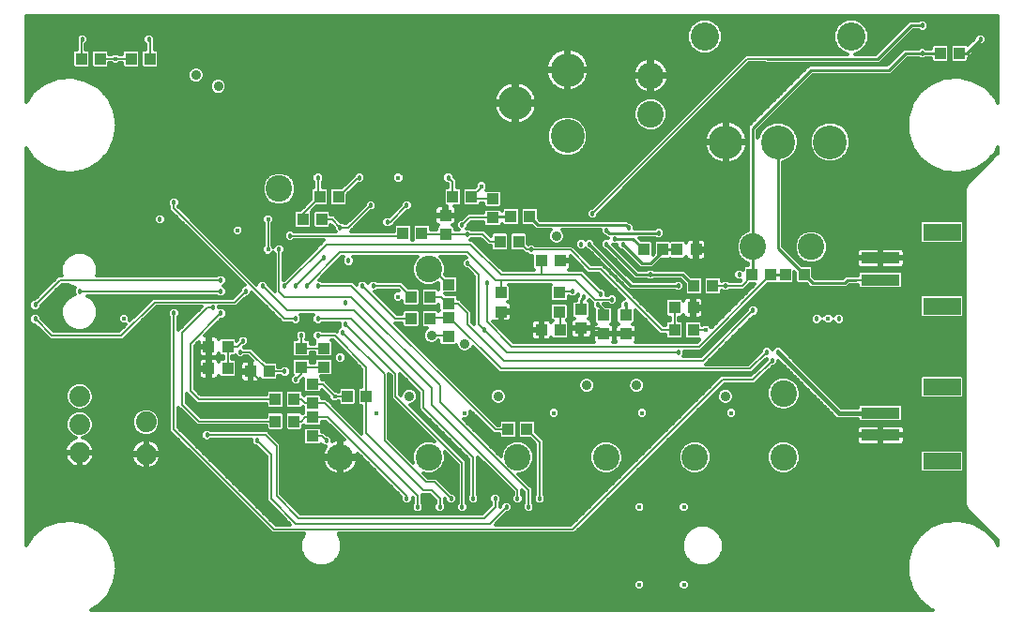
<source format=gbl>
G75*
G70*
%OFA0B0*%
%FSLAX24Y24*%
%IPPOS*%
%LPD*%
%AMOC8*
5,1,8,0,0,1.08239X$1,22.5*
%
%ADD10R,0.0394X0.0433*%
%ADD11C,0.0740*%
%ADD12R,0.0433X0.0394*%
%ADD13C,0.0945*%
%ADD14R,0.1339X0.0591*%
%ADD15R,0.1378X0.0394*%
%ADD16C,0.1200*%
%ADD17C,0.1005*%
%ADD18C,0.0160*%
%ADD19C,0.0172*%
%ADD20C,0.0080*%
%ADD21C,0.0120*%
%ADD22C,0.0354*%
%ADD23C,0.0100*%
%ADD24C,0.0180*%
D10*
X009472Y007346D03*
X010142Y007346D03*
X010142Y008134D03*
X009472Y008134D03*
X009256Y009118D03*
X008586Y009118D03*
X007779Y009216D03*
X007110Y009216D03*
X007110Y010004D03*
X007779Y010004D03*
X012031Y008232D03*
X012701Y008232D03*
X014295Y010988D03*
X014964Y010988D03*
X014964Y011775D03*
X014295Y011775D03*
X014000Y014039D03*
X014669Y014039D03*
X015771Y015319D03*
X016441Y015319D03*
X017838Y014630D03*
X018508Y014630D03*
X018114Y013744D03*
X017445Y013744D03*
X018921Y013055D03*
X019590Y013055D03*
X022563Y013449D03*
X023232Y013449D03*
X023744Y013449D03*
X024413Y013449D03*
X024334Y012169D03*
X025004Y012169D03*
X024315Y011382D03*
X023646Y011382D03*
X023646Y010594D03*
X024315Y010594D03*
X026401Y012563D03*
X027071Y012563D03*
X027583Y012563D03*
X028252Y012563D03*
X019590Y010594D03*
X018921Y010594D03*
X018409Y007051D03*
X017740Y007051D03*
X011126Y014531D03*
X010457Y014531D03*
X011047Y015319D03*
X011716Y015319D03*
X005023Y020240D03*
X004354Y020240D03*
X003252Y020240D03*
X002583Y020240D03*
X033094Y020437D03*
X033764Y020437D03*
D11*
X004886Y007318D03*
X004886Y006178D03*
X002523Y006232D03*
X002523Y007232D03*
X002523Y008232D03*
D12*
X010397Y009275D03*
X011185Y009275D03*
X011185Y009945D03*
X010397Y009945D03*
X010791Y008665D03*
X010791Y007996D03*
X010791Y007484D03*
X010791Y006815D03*
X015614Y010358D03*
X015614Y011027D03*
X015614Y011539D03*
X015614Y012209D03*
X017484Y011913D03*
X017484Y011244D03*
X019551Y011244D03*
X019551Y011913D03*
X020338Y011323D03*
X020338Y010653D03*
X021126Y010457D03*
X021126Y011126D03*
X021913Y011126D03*
X021913Y010457D03*
X017189Y014590D03*
X017189Y015260D03*
X015516Y014669D03*
X015516Y014000D03*
D13*
X014925Y012760D03*
X009610Y015614D03*
X022799Y018271D03*
X022799Y019641D03*
X026441Y013547D03*
X028508Y013547D03*
X027523Y008331D03*
X027523Y006067D03*
X024374Y006067D03*
X021224Y006067D03*
X018075Y006067D03*
X014925Y006067D03*
X011775Y006067D03*
D14*
X033153Y005929D03*
X033153Y008567D03*
X033153Y011441D03*
X033153Y014079D03*
D15*
X030968Y013153D03*
X030968Y012366D03*
X030968Y007642D03*
X030968Y006854D03*
D16*
X029177Y017275D03*
X027327Y017275D03*
X025476Y017275D03*
X019846Y017484D03*
X017996Y018665D03*
X019846Y019846D03*
D17*
X024728Y021027D03*
X029925Y021027D03*
D18*
X029492Y013153D02*
X030968Y013153D01*
X031756Y013153D01*
X032051Y012858D01*
X032051Y007149D01*
X031756Y006854D01*
X030968Y006854D01*
X030870Y006854D02*
X029098Y006854D01*
X029492Y007642D02*
X027327Y009807D01*
X029492Y007642D02*
X030968Y007642D01*
D19*
X029098Y010988D03*
X029492Y013153D03*
X026047Y011874D03*
X025063Y011382D03*
X024768Y010594D03*
X023783Y010201D03*
X022405Y010496D03*
X020732Y012563D03*
X020142Y012760D03*
X020732Y012957D03*
X018173Y013252D03*
X016795Y013646D03*
X016106Y014728D03*
X016795Y015712D03*
X014728Y016008D03*
X013842Y016008D03*
X009216Y014531D03*
X008134Y014138D03*
X009216Y013449D03*
X007248Y010397D03*
X009610Y008626D03*
X011579Y008232D03*
X013055Y007642D03*
X016205Y007642D03*
X019354Y007642D03*
X022504Y007642D03*
X025653Y007642D03*
X023980Y004295D03*
X022405Y004295D03*
X019256Y004295D03*
X016894Y004295D03*
X014925Y004590D03*
X013744Y004295D03*
X013744Y001539D03*
X011775Y001539D03*
X007937Y005968D03*
X004098Y010988D03*
X004098Y011480D03*
X013842Y011775D03*
X018567Y011086D03*
X021618Y015220D03*
X020535Y015516D03*
X023980Y015516D03*
X023980Y001539D03*
X022405Y001539D03*
X003803Y020240D03*
D20*
X004354Y020240D01*
X003803Y020240D02*
X003252Y020240D01*
X002583Y020240D02*
X002583Y020890D01*
X002622Y020929D01*
X004984Y020929D02*
X005023Y020890D01*
X005023Y020240D01*
X010988Y016008D02*
X010988Y015378D01*
X011047Y015319D01*
X010457Y014728D01*
X010457Y014531D01*
X011126Y014531D02*
X011480Y014531D01*
X011775Y014236D01*
X012071Y014236D01*
X012858Y015023D01*
X013449Y014433D02*
X013547Y014433D01*
X014138Y015023D01*
X014000Y014039D02*
X013901Y013941D01*
X010004Y013941D01*
X009610Y013449D02*
X009610Y011972D01*
X009807Y011775D01*
X012169Y011775D01*
X015319Y008626D01*
X015319Y008035D01*
X018468Y004886D01*
X018468Y004295D01*
X018075Y004590D02*
X018075Y004886D01*
X015023Y007937D01*
X015023Y008527D01*
X012268Y011283D01*
X009905Y011283D01*
X009020Y012169D01*
X008429Y011972D02*
X008035Y011579D01*
X005181Y011579D01*
X004000Y010397D01*
X001539Y010397D01*
X000949Y010988D01*
X000949Y011480D02*
X001834Y012366D01*
X007543Y012366D01*
X007543Y011972D02*
X002523Y011972D01*
X005870Y011185D02*
X005870Y007051D01*
X009413Y003508D01*
X020043Y003508D01*
X025358Y008823D01*
X026441Y008823D01*
X027130Y009512D01*
X026933Y009807D02*
X026342Y009216D01*
X017484Y009216D01*
X015673Y011027D01*
X015614Y011027D01*
X015004Y011027D01*
X014964Y010988D01*
X014295Y010988D02*
X013744Y010988D01*
X012563Y012169D01*
X012957Y012169D02*
X013901Y012169D01*
X014295Y011775D01*
X014964Y011775D02*
X015378Y011775D01*
X015614Y011539D01*
X015949Y011539D01*
X016303Y011185D01*
X016303Y010791D01*
X017583Y009512D01*
X024669Y009512D01*
X026441Y011283D01*
X025063Y011382D02*
X024315Y011382D01*
X023646Y011382D02*
X023646Y010594D01*
X023193Y010594D01*
X021027Y012760D01*
X020634Y012760D01*
X019945Y013449D01*
X018567Y013449D01*
X018409Y013449D01*
X018114Y013744D01*
X017445Y013744D02*
X017090Y013744D01*
X016834Y014000D01*
X016303Y014000D01*
X015516Y014000D01*
X014709Y014000D01*
X014669Y014039D01*
X015476Y013941D02*
X015516Y014000D01*
X016106Y014334D02*
X016362Y014590D01*
X017189Y014590D01*
X017189Y015260D02*
X016500Y015260D01*
X016441Y015319D01*
X016795Y015673D01*
X016795Y015712D01*
X015771Y015850D02*
X015771Y015319D01*
X015771Y015850D02*
X015614Y016008D01*
X015516Y014669D02*
X016047Y014669D01*
X016106Y014728D01*
X016401Y013646D02*
X011283Y013646D01*
X009807Y012169D01*
X010201Y012169D02*
X011185Y013153D01*
X011775Y013350D02*
X010594Y012169D01*
X010988Y012169D02*
X012169Y012169D01*
X017287Y007051D01*
X017740Y007051D01*
X018409Y007051D02*
X018862Y006598D01*
X018862Y004590D01*
X017681Y004295D02*
X017090Y003705D01*
X010201Y003705D01*
X009315Y004590D01*
X009315Y006165D01*
X008823Y006657D01*
X009118Y006854D02*
X009512Y006460D01*
X009512Y004689D01*
X010299Y003901D01*
X016894Y003901D01*
X017287Y004295D01*
X017287Y004590D01*
X016500Y004590D02*
X016500Y006067D01*
X014728Y007838D01*
X014728Y008429D01*
X012169Y010988D01*
X010988Y010988D01*
X010201Y010988D02*
X009807Y010988D01*
X005870Y014925D01*
X005870Y015122D01*
X009216Y014531D02*
X009216Y013449D01*
X011775Y013350D02*
X016303Y013350D01*
X017287Y012366D01*
X017484Y012366D01*
X017484Y011913D01*
X017484Y012366D02*
X020142Y012366D01*
X020831Y011677D01*
X021421Y011677D01*
X021027Y011874D02*
X020338Y012563D01*
X018921Y012563D01*
X017484Y012563D01*
X016401Y013646D01*
X016303Y012957D02*
X016697Y012563D01*
X016697Y010791D01*
X016894Y010594D01*
X017681Y009807D01*
X023783Y009807D01*
X024512Y010004D02*
X027071Y012563D01*
X026401Y012563D02*
X026401Y012523D01*
X026047Y012169D01*
X025457Y012169D01*
X025004Y012169D01*
X022799Y012563D02*
X022504Y012563D01*
X020142Y012760D02*
X019846Y013055D01*
X019590Y013055D01*
X018921Y013055D02*
X018921Y012563D01*
X019551Y011913D02*
X019610Y011972D01*
X020043Y011972D01*
X019551Y011244D02*
X019590Y011205D01*
X019590Y010594D01*
X018921Y010594D02*
X018921Y010929D01*
X018764Y011086D01*
X018567Y011086D01*
X017484Y011244D02*
X017484Y010791D01*
X016992Y010890D02*
X016992Y012268D01*
X015614Y012209D02*
X015063Y012760D01*
X014925Y012760D01*
X014964Y011775D02*
X015004Y011736D01*
X015023Y010397D02*
X015575Y010397D01*
X015614Y010358D01*
X016992Y010890D02*
X017878Y010004D01*
X024512Y010004D01*
X024315Y010594D02*
X024768Y010594D01*
X030083Y012366D02*
X030968Y012366D01*
X026244Y020240D02*
X020732Y014728D01*
X026244Y020240D02*
X026933Y020240D01*
X012464Y016008D02*
X012405Y016008D01*
X011716Y015319D01*
X007543Y011185D02*
X006460Y010102D01*
X006460Y008429D01*
X006756Y008134D01*
X009472Y008134D01*
X009610Y008626D02*
X009079Y008626D01*
X008586Y009118D01*
X008547Y009079D01*
X009256Y009118D02*
X008567Y009807D01*
X008232Y009807D01*
X008134Y010004D02*
X008331Y010201D01*
X008134Y010004D02*
X007779Y010004D01*
X007779Y009216D01*
X007110Y009216D02*
X007110Y010004D01*
X007110Y010260D01*
X007248Y010397D01*
X007051Y011382D02*
X006165Y010496D01*
X006165Y007937D01*
X006756Y007346D01*
X009472Y007346D01*
X009118Y006854D02*
X007051Y006854D01*
X010142Y007346D02*
X010397Y007346D01*
X010535Y007484D01*
X010791Y007484D01*
X011342Y007484D01*
X014138Y004689D01*
X014138Y004590D01*
X014531Y004689D02*
X014531Y004295D01*
X014531Y004689D02*
X011224Y007996D01*
X010791Y007996D01*
X010535Y007996D01*
X010397Y008134D01*
X010142Y008134D01*
X010791Y008665D02*
X011146Y008665D01*
X011579Y008232D01*
X012031Y008232D01*
X012701Y008232D02*
X012701Y009275D01*
X011579Y010397D01*
X010988Y010397D01*
X011185Y009945D02*
X010397Y009945D01*
X010397Y010397D01*
X010397Y009275D02*
X010397Y009020D01*
X010201Y008823D01*
X009807Y009118D02*
X009256Y009118D01*
X010397Y009275D02*
X011185Y009275D01*
X012760Y008429D02*
X012701Y008232D01*
X012701Y006913D01*
X014728Y004886D01*
X015023Y004886D01*
X015319Y004590D01*
X015319Y004295D01*
X015712Y004590D02*
X015122Y005181D01*
X014827Y005181D01*
X013350Y006657D01*
X013350Y009020D01*
X011874Y010496D01*
X011972Y010791D02*
X013744Y009020D01*
X013744Y008232D01*
X016106Y005870D01*
X016106Y004295D01*
X011283Y006657D02*
X011126Y006815D01*
X010791Y006815D01*
X007248Y011382D02*
X007051Y011382D01*
D21*
X003202Y000785D02*
X002918Y000621D01*
X032814Y000621D01*
X032766Y000640D01*
X032766Y000640D01*
X032365Y000960D01*
X032365Y000960D01*
X032076Y001383D01*
X032076Y001383D01*
X031925Y001873D01*
X031925Y002386D01*
X032076Y002876D01*
X032076Y002876D01*
X032365Y003300D01*
X032365Y003300D01*
X032766Y003619D01*
X032766Y003619D01*
X033243Y003807D01*
X033243Y003807D01*
X033754Y003845D01*
X033754Y003845D01*
X034254Y003731D01*
X034254Y003731D01*
X034698Y003474D01*
X034698Y003474D01*
X035047Y003099D01*
X035047Y003099D01*
X035134Y002917D01*
X035134Y003120D01*
X034153Y004102D01*
X034153Y004102D01*
X034023Y004231D01*
X033953Y004400D01*
X033953Y015424D01*
X033953Y015607D01*
X034023Y015776D01*
X035134Y016887D01*
X035134Y017090D01*
X035047Y016909D01*
X035047Y016909D01*
X034698Y016533D01*
X034698Y016533D01*
X034254Y016277D01*
X034254Y016277D01*
X033754Y016163D01*
X033754Y016163D01*
X033243Y016201D01*
X033243Y016201D01*
X032766Y016388D01*
X032766Y016388D01*
X032365Y016708D01*
X032365Y016708D01*
X032076Y017131D01*
X032076Y017132D01*
X031925Y017621D01*
X031925Y017621D01*
X031925Y018134D01*
X031925Y018134D01*
X032076Y018624D01*
X032076Y018624D01*
X032365Y019048D01*
X032365Y019048D01*
X032365Y019048D01*
X032766Y019367D01*
X032766Y019367D01*
X033243Y019555D01*
X033243Y019555D01*
X033754Y019593D01*
X033754Y019593D01*
X034254Y019479D01*
X034254Y019479D01*
X034698Y019223D01*
X034698Y019223D01*
X035047Y018847D01*
X035047Y018847D01*
X035134Y018665D01*
X035134Y021749D01*
X000621Y021749D01*
X000621Y018684D01*
X000869Y019048D01*
X000869Y019048D01*
X000869Y019048D01*
X001270Y019367D01*
X001270Y019367D01*
X001747Y019555D01*
X001747Y019555D01*
X002258Y019593D01*
X002258Y019593D01*
X002758Y019479D01*
X003202Y019223D01*
X003551Y018847D01*
X003551Y018847D01*
X003773Y018385D01*
X003773Y018385D01*
X003850Y017878D01*
X003773Y017371D01*
X003773Y017371D01*
X003551Y016909D01*
X003551Y016909D01*
X003202Y016533D01*
X003202Y016533D01*
X002758Y016277D01*
X002758Y016277D01*
X002258Y016163D01*
X002258Y016163D01*
X001747Y016201D01*
X001747Y016201D01*
X001270Y016388D01*
X001270Y016388D01*
X000869Y016708D01*
X000869Y016708D01*
X000869Y016708D01*
X000621Y017071D01*
X000621Y002936D01*
X000869Y003300D01*
X000869Y003300D01*
X001270Y003619D01*
X001270Y003619D01*
X001747Y003807D01*
X001747Y003807D01*
X002258Y003845D01*
X002258Y003845D01*
X002758Y003731D01*
X002758Y003731D01*
X003202Y003474D01*
X003202Y003474D01*
X003551Y003099D01*
X003551Y003099D01*
X003773Y002637D01*
X003773Y002637D01*
X003850Y002130D01*
X003773Y001623D01*
X003773Y001623D01*
X003551Y001161D01*
X003551Y001161D01*
X003202Y000785D01*
X003202Y000785D01*
X003148Y000754D02*
X032623Y000754D01*
X032474Y000873D02*
X003283Y000873D01*
X003393Y000991D02*
X032344Y000991D01*
X032263Y001110D02*
X003503Y001110D01*
X003583Y001228D02*
X032182Y001228D01*
X032101Y001347D02*
X024079Y001347D01*
X024066Y001333D02*
X024186Y001454D01*
X024186Y001625D01*
X024066Y001745D01*
X023895Y001745D01*
X023774Y001625D01*
X023774Y001454D01*
X023895Y001333D01*
X024066Y001333D01*
X024186Y001465D02*
X032051Y001465D01*
X032014Y001584D02*
X024186Y001584D01*
X024108Y001702D02*
X031978Y001702D01*
X031941Y001821D02*
X003803Y001821D01*
X003821Y001939D02*
X031925Y001939D01*
X031925Y002058D02*
X003839Y002058D01*
X003843Y002176D02*
X031925Y002176D01*
X031925Y002295D02*
X025068Y002295D01*
X025066Y002294D02*
X025273Y002500D01*
X025385Y002771D01*
X025385Y003063D01*
X025273Y003334D01*
X025066Y003541D01*
X024796Y003653D01*
X024503Y003653D01*
X024233Y003541D01*
X024026Y003334D01*
X023914Y003063D01*
X023914Y002771D01*
X024026Y002500D01*
X024233Y002294D01*
X024503Y002182D01*
X024796Y002182D01*
X025066Y002294D01*
X025186Y002414D02*
X031934Y002414D01*
X031970Y002532D02*
X025286Y002532D01*
X025335Y002651D02*
X032007Y002651D01*
X032043Y002769D02*
X025384Y002769D01*
X025385Y002888D02*
X032084Y002888D01*
X032165Y003006D02*
X025385Y003006D01*
X025360Y003125D02*
X032246Y003125D01*
X032327Y003243D02*
X025311Y003243D01*
X025245Y003362D02*
X032443Y003362D01*
X032592Y003480D02*
X025126Y003480D01*
X024925Y003599D02*
X032740Y003599D01*
X033016Y003718D02*
X020479Y003718D01*
X020598Y003836D02*
X033637Y003836D01*
X033793Y003836D02*
X034419Y003836D01*
X034537Y003718D02*
X034277Y003718D01*
X034483Y003599D02*
X034656Y003599D01*
X034688Y003480D02*
X034774Y003480D01*
X034803Y003362D02*
X034893Y003362D01*
X034913Y003243D02*
X035011Y003243D01*
X035023Y003125D02*
X035130Y003125D01*
X035134Y003006D02*
X035091Y003006D01*
X034300Y003955D02*
X020716Y003955D01*
X020835Y004073D02*
X034181Y004073D01*
X034063Y004192D02*
X024168Y004192D01*
X024186Y004210D02*
X024066Y004089D01*
X023895Y004089D01*
X023774Y004210D01*
X023774Y004380D01*
X023895Y004501D01*
X024066Y004501D01*
X024186Y004380D01*
X024186Y004210D01*
X024186Y004310D02*
X033991Y004310D01*
X033953Y004429D02*
X024138Y004429D01*
X023822Y004429D02*
X022563Y004429D01*
X022611Y004380D02*
X022491Y004501D01*
X022320Y004501D01*
X022199Y004380D01*
X022199Y004210D01*
X022320Y004089D01*
X022491Y004089D01*
X022611Y004210D01*
X022611Y004380D01*
X022611Y004310D02*
X023774Y004310D01*
X023792Y004192D02*
X022593Y004192D01*
X022217Y004192D02*
X020953Y004192D01*
X021072Y004310D02*
X022199Y004310D01*
X022248Y004429D02*
X021191Y004429D01*
X021309Y004547D02*
X033953Y004547D01*
X033953Y004666D02*
X021428Y004666D01*
X021546Y004784D02*
X033953Y004784D01*
X033953Y004903D02*
X021665Y004903D01*
X021783Y005022D02*
X033953Y005022D01*
X033953Y005140D02*
X021902Y005140D01*
X022020Y005259D02*
X033953Y005259D01*
X033953Y005377D02*
X022139Y005377D01*
X022257Y005496D02*
X024204Y005496D01*
X024256Y005474D02*
X024492Y005474D01*
X024709Y005564D01*
X024876Y005731D01*
X024966Y005949D01*
X024966Y006185D01*
X024876Y006402D01*
X024709Y006569D01*
X024492Y006659D01*
X024256Y006659D01*
X024038Y006569D01*
X023872Y006402D01*
X023781Y006185D01*
X023781Y005949D01*
X023872Y005731D01*
X024038Y005564D01*
X024256Y005474D01*
X024543Y005496D02*
X027354Y005496D01*
X027406Y005474D02*
X027641Y005474D01*
X027859Y005564D01*
X028026Y005731D01*
X028116Y005949D01*
X028116Y006185D01*
X028026Y006402D01*
X027859Y006569D01*
X027641Y006659D01*
X027406Y006659D01*
X027188Y006569D01*
X027021Y006402D01*
X026931Y006185D01*
X026931Y005949D01*
X027021Y005731D01*
X027188Y005564D01*
X027406Y005474D01*
X027693Y005496D02*
X033953Y005496D01*
X033872Y005514D02*
X033943Y005584D01*
X033943Y006274D01*
X033872Y006344D01*
X032434Y006344D01*
X032364Y006274D01*
X032364Y005584D01*
X032434Y005514D01*
X033872Y005514D01*
X033943Y005614D02*
X033953Y005614D01*
X033943Y005733D02*
X033953Y005733D01*
X033943Y005851D02*
X033953Y005851D01*
X033943Y005970D02*
X033953Y005970D01*
X033943Y006088D02*
X033953Y006088D01*
X033943Y006207D02*
X033953Y006207D01*
X033953Y006326D02*
X033891Y006326D01*
X033953Y006444D02*
X027984Y006444D01*
X028058Y006326D02*
X032416Y006326D01*
X032364Y006207D02*
X028107Y006207D01*
X028116Y006088D02*
X032364Y006088D01*
X032364Y005970D02*
X028116Y005970D01*
X028076Y005851D02*
X032364Y005851D01*
X032364Y005733D02*
X028026Y005733D01*
X027909Y005614D02*
X032364Y005614D01*
X031756Y006529D02*
X031785Y006559D01*
X031806Y006596D01*
X031817Y006636D01*
X031817Y006816D01*
X031007Y006816D01*
X031007Y006893D01*
X030930Y006893D01*
X030930Y007211D01*
X030258Y007211D01*
X030218Y007200D01*
X030181Y007179D01*
X030151Y007149D01*
X030130Y007113D01*
X030119Y007072D01*
X030119Y006893D01*
X030930Y006893D01*
X030930Y006816D01*
X030119Y006816D01*
X030119Y006636D01*
X030130Y006596D01*
X030151Y006559D01*
X030181Y006529D01*
X030218Y006508D01*
X030258Y006497D01*
X030930Y006497D01*
X030930Y006815D01*
X031007Y006815D01*
X031007Y006497D01*
X031678Y006497D01*
X031719Y006508D01*
X031756Y006529D01*
X031787Y006563D02*
X033953Y006563D01*
X033953Y006681D02*
X031817Y006681D01*
X031817Y006800D02*
X033953Y006800D01*
X033953Y006918D02*
X031817Y006918D01*
X031817Y006893D02*
X031817Y007072D01*
X031806Y007113D01*
X031785Y007149D01*
X031756Y007179D01*
X031719Y007200D01*
X031678Y007211D01*
X031007Y007211D01*
X031007Y006893D01*
X031817Y006893D01*
X031817Y007037D02*
X033953Y007037D01*
X033953Y007155D02*
X031779Y007155D01*
X031707Y007325D02*
X031777Y007395D01*
X031777Y007888D01*
X031707Y007958D01*
X030230Y007958D01*
X030159Y007888D01*
X030159Y007842D01*
X029575Y007842D01*
X027537Y009880D01*
X027537Y009894D01*
X027414Y010017D01*
X027240Y010017D01*
X027130Y009907D01*
X027020Y010017D01*
X026846Y010017D01*
X026723Y009894D01*
X026723Y009823D01*
X026276Y009376D01*
X024760Y009376D01*
X024829Y009445D01*
X026457Y011073D01*
X026528Y011073D01*
X026651Y011196D01*
X026651Y011370D01*
X026528Y011493D01*
X026354Y011493D01*
X026231Y011370D01*
X026231Y011300D01*
X024603Y009672D01*
X023945Y009672D01*
X023993Y009720D01*
X023993Y009844D01*
X024445Y009844D01*
X024578Y009844D01*
X026960Y012226D01*
X027317Y012226D01*
X027327Y012236D01*
X027336Y012226D01*
X027829Y012226D01*
X027899Y012297D01*
X027899Y012675D01*
X027935Y012639D01*
X027935Y012297D01*
X028005Y012226D01*
X028348Y012226D01*
X028377Y012197D01*
X028477Y012098D01*
X029618Y012098D01*
X029759Y012098D01*
X029858Y012196D01*
X030153Y012196D01*
X030159Y012202D01*
X030159Y012119D01*
X030230Y012049D01*
X031707Y012049D01*
X031777Y012119D01*
X031777Y012613D01*
X031707Y012683D01*
X030230Y012683D01*
X030159Y012613D01*
X030159Y012529D01*
X030153Y012536D01*
X029717Y012536D01*
X029618Y012438D01*
X028617Y012438D01*
X028569Y012486D01*
X028569Y012829D01*
X028498Y012899D01*
X028156Y012899D01*
X027497Y013558D01*
X027497Y016567D01*
X027734Y016665D01*
X027937Y016868D01*
X028047Y017132D01*
X028047Y017419D01*
X027937Y017683D01*
X027734Y017886D01*
X027470Y017995D01*
X027183Y017995D01*
X026919Y017886D01*
X026716Y017683D01*
X026611Y017429D01*
X026611Y017709D01*
X028578Y019676D01*
X031193Y019676D01*
X031334Y019676D01*
X031925Y020267D01*
X032318Y020267D01*
X032358Y020227D01*
X032532Y020227D01*
X032572Y020267D01*
X032777Y020267D01*
X032777Y020171D01*
X032848Y020100D01*
X033341Y020100D01*
X033411Y020171D01*
X033411Y020703D01*
X033341Y020773D01*
X032848Y020773D01*
X032777Y020703D01*
X032777Y020607D01*
X032572Y020607D01*
X032532Y020647D01*
X032358Y020647D01*
X032318Y020607D01*
X031784Y020607D01*
X031684Y020507D01*
X031193Y020016D01*
X028578Y020016D01*
X028437Y020016D01*
X026370Y017949D01*
X026271Y017850D01*
X026271Y014118D01*
X026105Y014049D01*
X025939Y013883D01*
X025848Y013665D01*
X025848Y013429D01*
X025939Y013211D01*
X026105Y013045D01*
X026271Y012976D01*
X026271Y012899D01*
X026155Y012899D01*
X026085Y012829D01*
X026085Y012720D01*
X026032Y012773D01*
X025858Y012773D01*
X025735Y012650D01*
X025735Y012476D01*
X025858Y012353D01*
X026005Y012353D01*
X025981Y012329D01*
X025594Y012329D01*
X025544Y012379D01*
X025370Y012379D01*
X025321Y012330D01*
X025321Y012435D01*
X025250Y012506D01*
X024757Y012506D01*
X024687Y012435D01*
X024687Y011903D01*
X024757Y011833D01*
X025250Y011833D01*
X025321Y011903D01*
X025321Y012008D01*
X025370Y011959D01*
X025544Y011959D01*
X025594Y012009D01*
X026113Y012009D01*
X026207Y012103D01*
X026330Y012226D01*
X026508Y012226D01*
X024967Y010686D01*
X024853Y010800D01*
X024682Y010800D01*
X024636Y010754D01*
X024632Y010754D01*
X024632Y010861D01*
X024561Y010931D01*
X024068Y010931D01*
X023998Y010861D01*
X023998Y010328D01*
X024068Y010258D01*
X024539Y010258D01*
X024445Y010164D01*
X022259Y010164D01*
X022279Y010198D01*
X022290Y010239D01*
X022290Y010418D01*
X021952Y010418D01*
X021952Y010495D01*
X022290Y010495D01*
X022290Y010674D01*
X022279Y010715D01*
X022258Y010752D01*
X022228Y010781D01*
X022191Y010802D01*
X022167Y010809D01*
X022179Y010809D01*
X022250Y010879D01*
X022250Y011311D01*
X023126Y010434D01*
X023259Y010434D01*
X023329Y010434D01*
X023329Y010328D01*
X023399Y010258D01*
X023892Y010258D01*
X023962Y010328D01*
X023962Y010861D01*
X023892Y010931D01*
X023805Y010931D01*
X023805Y011045D01*
X023892Y011045D01*
X023962Y011115D01*
X023962Y011128D01*
X023969Y011103D01*
X023990Y011067D01*
X024020Y011037D01*
X024056Y011016D01*
X024097Y011005D01*
X024276Y011005D01*
X024276Y011343D01*
X024353Y011343D01*
X024353Y011005D01*
X024533Y011005D01*
X024573Y011016D01*
X024610Y011037D01*
X024640Y011067D01*
X025349Y011067D01*
X025230Y010949D02*
X023805Y010949D01*
X023914Y011067D02*
X023990Y011067D01*
X023998Y010830D02*
X023962Y010830D01*
X023962Y010712D02*
X023998Y010712D01*
X023998Y010593D02*
X023962Y010593D01*
X023962Y010475D02*
X023998Y010475D01*
X023998Y010356D02*
X023962Y010356D01*
X024519Y010237D02*
X022289Y010237D01*
X022290Y010356D02*
X023329Y010356D01*
X023086Y010475D02*
X021952Y010475D01*
X021875Y010475D02*
X021164Y010475D01*
X021164Y010495D02*
X021502Y010495D01*
X021502Y010674D01*
X021491Y010715D01*
X021470Y010752D01*
X021441Y010781D01*
X021404Y010802D01*
X021380Y010809D01*
X021392Y010809D01*
X021462Y010879D01*
X021462Y011372D01*
X021392Y011443D01*
X021207Y011443D01*
X021196Y011453D01*
X021139Y011511D01*
X021139Y011517D01*
X021284Y011517D01*
X021334Y011467D01*
X021508Y011467D01*
X021631Y011590D01*
X021631Y011764D01*
X021508Y011887D01*
X021334Y011887D01*
X021284Y011837D01*
X021237Y011837D01*
X021237Y011961D01*
X021114Y012084D01*
X021044Y012084D01*
X020498Y012629D01*
X020405Y012723D01*
X019898Y012723D01*
X019915Y012740D01*
X019936Y012777D01*
X019947Y012817D01*
X019947Y013016D01*
X019629Y013016D01*
X019629Y013093D01*
X019947Y013093D01*
X019947Y013220D01*
X020474Y012693D01*
X020567Y012600D01*
X020961Y012600D01*
X021871Y011690D01*
X021826Y011690D01*
X021703Y011567D01*
X021703Y011443D01*
X021647Y011443D01*
X021577Y011372D01*
X021577Y010879D01*
X021647Y010809D01*
X021659Y010809D01*
X021635Y010802D01*
X021598Y010781D01*
X021569Y010752D01*
X021548Y010715D01*
X021537Y010674D01*
X021537Y010495D01*
X021875Y010495D01*
X021875Y010418D01*
X021537Y010418D01*
X021537Y010239D01*
X021548Y010198D01*
X021567Y010164D01*
X021472Y010164D01*
X021491Y010198D01*
X021502Y010239D01*
X021502Y010418D01*
X021164Y010418D01*
X021164Y010495D01*
X021087Y010495D02*
X021087Y010418D01*
X020749Y010418D01*
X020749Y010239D01*
X020760Y010198D01*
X020780Y010164D01*
X017944Y010164D01*
X017211Y010897D01*
X017246Y010887D01*
X017446Y010887D01*
X017446Y011205D01*
X017523Y011205D01*
X017523Y011282D01*
X017861Y011282D01*
X017861Y011462D01*
X017850Y011503D01*
X017829Y011539D01*
X017799Y011569D01*
X017762Y011590D01*
X017738Y011596D01*
X017750Y011596D01*
X017821Y011667D01*
X017821Y012160D01*
X017774Y012206D01*
X019261Y012206D01*
X019214Y012160D01*
X019214Y011667D01*
X019285Y011596D01*
X019817Y011596D01*
X019888Y011667D01*
X019888Y011812D01*
X019906Y011812D01*
X019956Y011762D01*
X020130Y011762D01*
X020227Y011859D01*
X020227Y011806D01*
X020168Y011747D01*
X020168Y011639D01*
X020072Y011639D01*
X020002Y011569D01*
X020002Y011076D01*
X020072Y011006D01*
X020085Y011006D01*
X020060Y010999D01*
X020024Y010978D01*
X019994Y010948D01*
X019973Y010912D01*
X019962Y010871D01*
X019962Y010692D01*
X020300Y010692D01*
X020300Y010615D01*
X019962Y010615D01*
X019962Y010435D01*
X019973Y010395D01*
X019994Y010358D01*
X020024Y010329D01*
X020060Y010307D01*
X020101Y010297D01*
X020300Y010297D01*
X020300Y010615D01*
X020377Y010615D01*
X020377Y010692D01*
X020715Y010692D01*
X020715Y010871D01*
X020704Y010912D01*
X020683Y010948D01*
X020653Y010978D01*
X020617Y010999D01*
X020592Y011006D01*
X020605Y011006D01*
X020675Y011076D01*
X020675Y011569D01*
X020605Y011639D01*
X020598Y011639D01*
X020620Y011661D01*
X020719Y011562D01*
X020719Y011393D01*
X020789Y011323D01*
X020789Y010879D01*
X020860Y010809D01*
X020872Y010809D01*
X020848Y010802D01*
X020811Y010781D01*
X020781Y010752D01*
X020760Y010715D01*
X020749Y010674D01*
X020749Y010495D01*
X021087Y010495D01*
X021087Y010475D02*
X020715Y010475D01*
X020715Y010435D02*
X020715Y010615D01*
X020377Y010615D01*
X020377Y010297D01*
X020576Y010297D01*
X020617Y010307D01*
X020653Y010329D01*
X020683Y010358D01*
X020704Y010395D01*
X020715Y010435D01*
X020681Y010356D02*
X020749Y010356D01*
X020750Y010237D02*
X019195Y010237D01*
X019180Y010229D02*
X019216Y010250D01*
X019246Y010280D01*
X019267Y010316D01*
X019274Y010341D01*
X019274Y010328D01*
X019344Y010258D01*
X019837Y010258D01*
X019907Y010328D01*
X019907Y010861D01*
X019837Y010931D01*
X019821Y010931D01*
X019888Y010997D01*
X019888Y011490D01*
X019817Y011561D01*
X019285Y011561D01*
X019214Y011490D01*
X019214Y010997D01*
X019285Y010927D01*
X019340Y010927D01*
X019274Y010861D01*
X019274Y010848D01*
X019267Y010873D01*
X019246Y010909D01*
X019216Y010939D01*
X019180Y010960D01*
X019139Y010971D01*
X018960Y010971D01*
X018960Y010633D01*
X018883Y010633D01*
X018883Y010971D01*
X018703Y010971D01*
X018662Y010960D01*
X018626Y010939D01*
X018596Y010909D01*
X018575Y010873D01*
X018564Y010832D01*
X018564Y010633D01*
X018882Y010633D01*
X018882Y010556D01*
X018564Y010556D01*
X018564Y010357D01*
X018575Y010316D01*
X018596Y010280D01*
X018626Y010250D01*
X018662Y010229D01*
X018703Y010218D01*
X018883Y010218D01*
X018883Y010556D01*
X018960Y010556D01*
X018960Y010218D01*
X019139Y010218D01*
X019180Y010229D01*
X018960Y010237D02*
X018883Y010237D01*
X018883Y010356D02*
X018960Y010356D01*
X018960Y010475D02*
X018883Y010475D01*
X018882Y010593D02*
X017515Y010593D01*
X017633Y010475D02*
X018564Y010475D01*
X018564Y010356D02*
X017752Y010356D01*
X017870Y010237D02*
X018647Y010237D01*
X018564Y010712D02*
X017396Y010712D01*
X017278Y010830D02*
X018564Y010830D01*
X018643Y010949D02*
X017829Y010949D01*
X017850Y010985D01*
X017861Y011026D01*
X017861Y011205D01*
X017523Y011205D01*
X017523Y010887D01*
X017722Y010887D01*
X017762Y010898D01*
X017799Y010919D01*
X017829Y010949D01*
X017861Y011067D02*
X019214Y011067D01*
X019214Y011186D02*
X017861Y011186D01*
X017861Y011304D02*
X019214Y011304D01*
X019214Y011423D02*
X017861Y011423D01*
X017826Y011541D02*
X019265Y011541D01*
X019221Y011660D02*
X017814Y011660D01*
X017821Y011779D02*
X019214Y011779D01*
X019214Y011897D02*
X017821Y011897D01*
X017821Y012016D02*
X019214Y012016D01*
X019214Y012134D02*
X017821Y012134D01*
X017550Y012723D02*
X016561Y013712D01*
X016468Y013805D01*
X016406Y013805D01*
X016440Y013840D01*
X016768Y013840D01*
X017024Y013584D01*
X017128Y013584D01*
X017128Y013478D01*
X017198Y013407D01*
X017691Y013407D01*
X017762Y013478D01*
X017762Y014010D01*
X017691Y014080D01*
X017198Y014080D01*
X017128Y014010D01*
X017128Y013933D01*
X016994Y014066D01*
X016901Y014160D01*
X016440Y014160D01*
X016390Y014210D01*
X016278Y014210D01*
X016316Y014247D01*
X016316Y014318D01*
X016428Y014430D01*
X016852Y014430D01*
X016852Y014344D01*
X016923Y014274D01*
X017455Y014274D01*
X017525Y014344D01*
X017525Y014360D01*
X017592Y014293D01*
X018085Y014293D01*
X018155Y014364D01*
X018155Y014896D01*
X018085Y014966D01*
X017592Y014966D01*
X017522Y014896D01*
X017522Y014841D01*
X017455Y014907D01*
X016923Y014907D01*
X016852Y014837D01*
X016852Y014750D01*
X016428Y014750D01*
X016296Y014750D01*
X016090Y014544D01*
X016019Y014544D01*
X015896Y014421D01*
X015896Y014247D01*
X015984Y014160D01*
X015852Y014160D01*
X015852Y014246D01*
X015782Y014317D01*
X015769Y014317D01*
X015794Y014323D01*
X015830Y014344D01*
X015860Y014374D01*
X015881Y014411D01*
X015892Y014451D01*
X015892Y014631D01*
X015554Y014631D01*
X015554Y014708D01*
X015477Y014708D01*
X015477Y015026D01*
X015278Y015026D01*
X015237Y015015D01*
X015201Y014994D01*
X015171Y014964D01*
X015150Y014928D01*
X015139Y014887D01*
X015139Y014708D01*
X015477Y014708D01*
X015477Y014631D01*
X015139Y014631D01*
X015139Y014451D01*
X015150Y014411D01*
X015171Y014374D01*
X015201Y014344D01*
X015237Y014323D01*
X015262Y014317D01*
X015249Y014317D01*
X015179Y014246D01*
X015179Y014160D01*
X014986Y014160D01*
X014986Y014305D01*
X014916Y014376D01*
X014423Y014376D01*
X014352Y014305D01*
X014352Y013805D01*
X014317Y013805D01*
X014317Y014305D01*
X014246Y014376D01*
X013753Y014376D01*
X013683Y014305D01*
X013683Y014101D01*
X012162Y014101D01*
X012874Y014813D01*
X012945Y014813D01*
X013068Y014936D01*
X013068Y015110D01*
X012945Y015233D01*
X012771Y015233D01*
X012648Y015110D01*
X012648Y015040D01*
X012004Y014396D01*
X011912Y014396D01*
X011862Y014446D01*
X011792Y014446D01*
X011546Y014691D01*
X011443Y014691D01*
X011443Y014798D01*
X011372Y014868D01*
X010879Y014868D01*
X010809Y014798D01*
X010809Y014265D01*
X010879Y014195D01*
X011372Y014195D01*
X011443Y014265D01*
X011443Y014343D01*
X011565Y014220D01*
X011565Y014149D01*
X011614Y014101D01*
X010141Y014101D01*
X010091Y014151D01*
X009917Y014151D01*
X009794Y014028D01*
X009794Y013854D01*
X009917Y013731D01*
X010091Y013731D01*
X010141Y013781D01*
X011192Y013781D01*
X009791Y012379D01*
X009770Y012379D01*
X009770Y013312D01*
X009820Y013362D01*
X009820Y013536D01*
X009697Y013659D01*
X009523Y013659D01*
X009410Y013546D01*
X009376Y013580D01*
X009376Y014400D01*
X009422Y014446D01*
X009422Y014617D01*
X009302Y014737D01*
X009131Y014737D01*
X009010Y014617D01*
X009010Y014446D01*
X009056Y014400D01*
X009056Y013580D01*
X009010Y013534D01*
X009010Y013363D01*
X009131Y013243D01*
X009302Y013243D01*
X009410Y013351D01*
X009450Y013312D01*
X009450Y011965D01*
X009229Y012185D01*
X009229Y012256D01*
X009106Y012379D01*
X008933Y012379D01*
X008810Y012256D01*
X008810Y012212D01*
X006033Y014988D01*
X006080Y015035D01*
X006080Y015209D01*
X005957Y015332D01*
X005783Y015332D01*
X005660Y015209D01*
X005660Y015035D01*
X005710Y014985D01*
X005710Y014859D01*
X005804Y014765D01*
X008386Y012182D01*
X008342Y012182D01*
X008219Y012059D01*
X008219Y011989D01*
X007969Y011739D01*
X005115Y011739D01*
X005021Y011645D01*
X004304Y010928D01*
X004304Y011073D01*
X004184Y011194D01*
X004013Y011194D01*
X003892Y011073D01*
X003892Y010903D01*
X004013Y010782D01*
X004158Y010782D01*
X003934Y010557D01*
X001605Y010557D01*
X001159Y011004D01*
X001159Y011075D01*
X001036Y011198D01*
X000862Y011198D01*
X000739Y011075D01*
X000739Y010901D01*
X000862Y010778D01*
X000932Y010778D01*
X001379Y010331D01*
X001473Y010237D01*
X004066Y010237D01*
X004160Y010331D01*
X005247Y011419D01*
X006862Y011419D01*
X006099Y010656D01*
X006030Y010587D01*
X006030Y011048D01*
X006080Y011098D01*
X006080Y011272D01*
X005957Y011395D01*
X005783Y011395D01*
X005660Y011272D01*
X005660Y011098D01*
X005710Y011048D01*
X005710Y007117D01*
X005710Y006985D01*
X009347Y003348D01*
X009479Y003348D01*
X010496Y003348D01*
X010483Y003334D01*
X010371Y003063D01*
X010371Y002771D01*
X010483Y002500D01*
X010689Y002294D01*
X010960Y002182D01*
X011252Y002182D01*
X011523Y002294D01*
X011730Y002500D01*
X011842Y002771D01*
X011842Y003063D01*
X011730Y003334D01*
X011716Y003348D01*
X020109Y003348D01*
X020203Y003441D01*
X025424Y008663D01*
X026374Y008663D01*
X026507Y008663D01*
X027146Y009302D01*
X027217Y009302D01*
X027340Y009425D01*
X027340Y009511D01*
X029409Y007442D01*
X029575Y007442D01*
X030159Y007442D01*
X030159Y007395D01*
X030230Y007325D01*
X031707Y007325D01*
X031775Y007392D02*
X033953Y007392D01*
X033953Y007274D02*
X024036Y007274D01*
X024154Y007392D02*
X030162Y007392D01*
X030157Y007155D02*
X023917Y007155D01*
X023798Y007037D02*
X030119Y007037D01*
X030119Y006918D02*
X023680Y006918D01*
X023561Y006800D02*
X030119Y006800D01*
X030119Y006681D02*
X023443Y006681D01*
X023324Y006563D02*
X024032Y006563D01*
X023913Y006444D02*
X023206Y006444D01*
X023087Y006326D02*
X023840Y006326D01*
X023791Y006207D02*
X022969Y006207D01*
X022850Y006088D02*
X023781Y006088D01*
X023781Y005970D02*
X022732Y005970D01*
X022613Y005851D02*
X023822Y005851D01*
X023871Y005733D02*
X022494Y005733D01*
X022376Y005614D02*
X023988Y005614D01*
X024759Y005614D02*
X027138Y005614D01*
X027020Y005733D02*
X024877Y005733D01*
X024926Y005851D02*
X026971Y005851D01*
X026931Y005970D02*
X024966Y005970D01*
X024966Y006088D02*
X026931Y006088D01*
X026940Y006207D02*
X024957Y006207D01*
X024908Y006326D02*
X026989Y006326D01*
X027063Y006444D02*
X024834Y006444D01*
X024716Y006563D02*
X027181Y006563D01*
X027866Y006563D02*
X030149Y006563D01*
X030930Y006563D02*
X031007Y006563D01*
X031007Y006681D02*
X030930Y006681D01*
X030930Y006800D02*
X031007Y006800D01*
X031007Y006918D02*
X030930Y006918D01*
X030930Y007037D02*
X031007Y007037D01*
X031007Y007155D02*
X030930Y007155D01*
X031777Y007511D02*
X033953Y007511D01*
X033953Y007629D02*
X031777Y007629D01*
X031777Y007748D02*
X033953Y007748D01*
X033953Y007867D02*
X031777Y007867D01*
X032364Y008222D02*
X032434Y008151D01*
X033872Y008151D01*
X033943Y008222D01*
X033953Y008222D01*
X033943Y008222D02*
X033943Y008912D01*
X033872Y008982D01*
X032434Y008982D01*
X032364Y008912D01*
X032364Y008222D01*
X029194Y008222D01*
X029313Y008104D02*
X033953Y008104D01*
X033953Y007985D02*
X029431Y007985D01*
X029550Y007867D02*
X030159Y007867D01*
X029340Y007511D02*
X025814Y007511D01*
X025859Y007556D02*
X025739Y007436D01*
X025568Y007436D01*
X025447Y007556D01*
X025447Y007727D01*
X025568Y007848D01*
X025739Y007848D01*
X025859Y007727D01*
X025859Y007556D01*
X025859Y007629D02*
X029221Y007629D01*
X029103Y007748D02*
X027665Y007748D01*
X027641Y007738D02*
X027859Y007828D01*
X028026Y007995D01*
X028116Y008213D01*
X028116Y008448D01*
X028026Y008666D01*
X027859Y008833D01*
X027641Y008923D01*
X027406Y008923D01*
X027188Y008833D01*
X027021Y008666D01*
X026931Y008448D01*
X026931Y008213D01*
X027021Y007995D01*
X027188Y007828D01*
X027406Y007738D01*
X027641Y007738D01*
X027381Y007748D02*
X025838Y007748D01*
X025625Y007980D02*
X025708Y008064D01*
X025754Y008173D01*
X025754Y008291D01*
X025708Y008400D01*
X025625Y008484D01*
X025516Y008529D01*
X025397Y008529D01*
X025288Y008484D01*
X025205Y008400D01*
X025159Y008291D01*
X025159Y008173D01*
X025205Y008064D01*
X025288Y007980D01*
X025397Y007935D01*
X025516Y007935D01*
X025625Y007980D01*
X025630Y007985D02*
X027031Y007985D01*
X026976Y008104D02*
X025725Y008104D01*
X025754Y008222D02*
X026931Y008222D01*
X026931Y008341D02*
X025733Y008341D01*
X025650Y008459D02*
X026935Y008459D01*
X026985Y008578D02*
X025340Y008578D01*
X025263Y008459D02*
X025221Y008459D01*
X025180Y008341D02*
X025102Y008341D01*
X025159Y008222D02*
X024984Y008222D01*
X024865Y008104D02*
X025188Y008104D01*
X025283Y007985D02*
X024747Y007985D01*
X024628Y007867D02*
X027149Y007867D01*
X027897Y007867D02*
X028984Y007867D01*
X028866Y007985D02*
X028016Y007985D01*
X028071Y008104D02*
X028747Y008104D01*
X028628Y008222D02*
X028116Y008222D01*
X028116Y008341D02*
X028510Y008341D01*
X028391Y008459D02*
X028111Y008459D01*
X028062Y008578D02*
X028273Y008578D01*
X028154Y008696D02*
X027996Y008696D01*
X028036Y008815D02*
X027877Y008815D01*
X027917Y008933D02*
X026778Y008933D01*
X026659Y008815D02*
X027170Y008815D01*
X027051Y008696D02*
X026541Y008696D01*
X026374Y008983D02*
X025424Y008983D01*
X025292Y008983D01*
X019977Y003668D01*
X017280Y003668D01*
X017697Y004085D01*
X017768Y004085D01*
X017891Y004208D01*
X017891Y004382D01*
X017768Y004505D01*
X017594Y004505D01*
X017471Y004382D01*
X017471Y004311D01*
X017447Y004288D01*
X017447Y004453D01*
X017497Y004503D01*
X017497Y004677D01*
X017374Y004800D01*
X017200Y004800D01*
X017077Y004677D01*
X017077Y004503D01*
X017127Y004453D01*
X017127Y004361D01*
X016827Y004061D01*
X010365Y004061D01*
X009672Y004755D01*
X009672Y006527D01*
X009578Y006620D01*
X009184Y007014D01*
X009052Y007014D01*
X007188Y007014D01*
X007138Y007064D01*
X006964Y007064D01*
X006841Y006941D01*
X006841Y006767D01*
X006964Y006644D01*
X007138Y006644D01*
X007188Y006694D01*
X008613Y006694D01*
X008613Y006570D01*
X008736Y006447D01*
X008806Y006447D01*
X009155Y006099D01*
X009155Y004657D01*
X009155Y004524D01*
X010011Y003668D01*
X009479Y003668D01*
X006030Y007117D01*
X006030Y007846D01*
X006596Y007280D01*
X006689Y007186D01*
X009155Y007186D01*
X009155Y007080D01*
X009226Y007010D01*
X009719Y007010D01*
X009789Y007080D01*
X009789Y007613D01*
X009719Y007683D01*
X009226Y007683D01*
X009155Y007613D01*
X009155Y007506D01*
X006822Y007506D01*
X006325Y008003D01*
X006325Y008338D01*
X006394Y008269D01*
X006689Y007974D01*
X006822Y007974D01*
X009155Y007974D01*
X009155Y007867D01*
X009226Y007797D01*
X009719Y007797D01*
X009789Y007867D01*
X009789Y008400D01*
X009719Y008470D01*
X009226Y008470D01*
X009155Y008400D01*
X009155Y008294D01*
X006822Y008294D01*
X006620Y008495D01*
X006620Y010036D01*
X006753Y010169D01*
X006753Y010042D01*
X007071Y010042D01*
X007071Y009965D01*
X006753Y009965D01*
X006753Y009766D01*
X006764Y009725D01*
X006785Y009689D01*
X006815Y009659D01*
X006851Y009638D01*
X006892Y009627D01*
X007072Y009627D01*
X007072Y009965D01*
X007149Y009965D01*
X007149Y009627D01*
X007328Y009627D01*
X007369Y009638D01*
X007405Y009659D01*
X007435Y009689D01*
X007456Y009725D01*
X007463Y009750D01*
X007463Y009738D01*
X007533Y009667D01*
X007619Y009667D01*
X007619Y009553D01*
X007533Y009553D01*
X007463Y009483D01*
X007463Y009470D01*
X007456Y009495D01*
X007435Y009531D01*
X007405Y009561D01*
X007369Y009582D01*
X007328Y009593D01*
X007149Y009593D01*
X007149Y009255D01*
X007072Y009255D01*
X007072Y009593D01*
X006892Y009593D01*
X006851Y009582D01*
X006815Y009561D01*
X006785Y009531D01*
X006764Y009495D01*
X006753Y009454D01*
X006753Y009255D01*
X007071Y009255D01*
X007071Y009178D01*
X006753Y009178D01*
X006753Y008979D01*
X006764Y008938D01*
X006785Y008902D01*
X006815Y008872D01*
X006851Y008851D01*
X006892Y008840D01*
X007072Y008840D01*
X007072Y009178D01*
X007149Y009178D01*
X007149Y008840D01*
X007328Y008840D01*
X007369Y008851D01*
X007405Y008872D01*
X007435Y008902D01*
X007456Y008938D01*
X007463Y008963D01*
X007463Y008950D01*
X007533Y008880D01*
X008026Y008880D01*
X008096Y008950D01*
X008096Y009483D01*
X008026Y009553D01*
X007939Y009553D01*
X007939Y009667D01*
X008026Y009667D01*
X008050Y009692D01*
X008145Y009597D01*
X008319Y009597D01*
X008369Y009647D01*
X008500Y009647D01*
X008653Y009494D01*
X008625Y009494D01*
X008625Y009157D01*
X008548Y009157D01*
X008548Y009494D01*
X008369Y009494D01*
X008328Y009484D01*
X008291Y009462D01*
X008262Y009433D01*
X008241Y009396D01*
X008230Y009356D01*
X008230Y009156D01*
X008548Y009156D01*
X008548Y009079D01*
X008625Y009079D01*
X008625Y008741D01*
X008804Y008741D01*
X008845Y008752D01*
X008882Y008773D01*
X008911Y008803D01*
X008932Y008840D01*
X008939Y008864D01*
X008939Y008852D01*
X009009Y008781D01*
X009502Y008781D01*
X009573Y008852D01*
X009573Y008958D01*
X009670Y008958D01*
X009720Y008908D01*
X009894Y008908D01*
X010017Y009031D01*
X010017Y009205D01*
X009894Y009328D01*
X009720Y009328D01*
X009670Y009278D01*
X009573Y009278D01*
X009573Y009384D01*
X009502Y009454D01*
X009145Y009454D01*
X008633Y009967D01*
X008500Y009967D01*
X008369Y009967D01*
X008346Y009990D01*
X008347Y009991D01*
X008418Y009991D01*
X008541Y010114D01*
X008541Y010288D01*
X008418Y010411D01*
X008244Y010411D01*
X008121Y010288D01*
X008121Y010217D01*
X008096Y010192D01*
X008096Y010270D01*
X008026Y010340D01*
X007533Y010340D01*
X007463Y010270D01*
X007463Y010258D01*
X007456Y010282D01*
X007435Y010319D01*
X007405Y010348D01*
X007369Y010369D01*
X007328Y010380D01*
X007149Y010380D01*
X007149Y010042D01*
X007072Y010042D01*
X007072Y010380D01*
X006965Y010380D01*
X007559Y010975D01*
X007630Y010975D01*
X007753Y011098D01*
X007753Y011272D01*
X007630Y011395D01*
X007458Y011395D01*
X007458Y011419D01*
X007969Y011419D01*
X008102Y011419D01*
X008445Y011762D01*
X008516Y011762D01*
X008639Y011885D01*
X008639Y011930D01*
X009741Y010828D01*
X009873Y010828D01*
X010064Y010828D01*
X010114Y010778D01*
X010288Y010778D01*
X010411Y010901D01*
X010411Y011075D01*
X010362Y011123D01*
X010826Y011123D01*
X010778Y011075D01*
X010778Y010901D01*
X010901Y010778D01*
X011075Y010778D01*
X011125Y010828D01*
X011762Y010828D01*
X011762Y010704D01*
X011774Y010693D01*
X011664Y010583D01*
X011664Y010538D01*
X011645Y010557D01*
X011125Y010557D01*
X011075Y010607D01*
X010901Y010607D01*
X010778Y010484D01*
X010778Y010310D01*
X010873Y010216D01*
X010848Y010191D01*
X010848Y010105D01*
X010734Y010105D01*
X010734Y010191D01*
X010664Y010262D01*
X010558Y010262D01*
X010607Y010310D01*
X010607Y010484D01*
X010484Y010607D01*
X010310Y010607D01*
X010187Y010484D01*
X010187Y010310D01*
X010236Y010262D01*
X010131Y010262D01*
X010061Y010191D01*
X010061Y009698D01*
X010131Y009628D01*
X010664Y009628D01*
X010734Y009698D01*
X010734Y009785D01*
X010848Y009785D01*
X010848Y009698D01*
X010919Y009628D01*
X011451Y009628D01*
X011521Y009698D01*
X011521Y010191D01*
X011475Y010237D01*
X011512Y010237D01*
X012541Y009209D01*
X012541Y008569D01*
X012454Y008569D01*
X012384Y008498D01*
X012384Y007966D01*
X012454Y007896D01*
X012541Y007896D01*
X012541Y006979D01*
X012541Y006906D01*
X011291Y008156D01*
X011158Y008156D01*
X011128Y008156D01*
X011128Y008242D01*
X011057Y008313D01*
X010525Y008313D01*
X010485Y008273D01*
X010464Y008294D01*
X010458Y008294D01*
X010458Y008400D01*
X010388Y008470D01*
X009895Y008470D01*
X009825Y008400D01*
X009825Y007867D01*
X009895Y007797D01*
X010388Y007797D01*
X010448Y007857D01*
X010455Y007850D01*
X010455Y007749D01*
X010464Y007740D01*
X010455Y007731D01*
X010455Y007630D01*
X010448Y007623D01*
X010388Y007683D01*
X009895Y007683D01*
X009825Y007613D01*
X009825Y007080D01*
X009895Y007010D01*
X010388Y007010D01*
X010458Y007080D01*
X010458Y007186D01*
X010464Y007186D01*
X010485Y007207D01*
X010525Y007167D01*
X011057Y007167D01*
X011128Y007238D01*
X011128Y007324D01*
X011276Y007324D01*
X011915Y006685D01*
X011835Y006698D01*
X011835Y006127D01*
X011715Y006127D01*
X011715Y006007D01*
X011145Y006007D01*
X011159Y005919D01*
X011189Y005824D01*
X011234Y005735D01*
X011293Y005655D01*
X011363Y005584D01*
X011444Y005526D01*
X011533Y005481D01*
X011627Y005450D01*
X011715Y005436D01*
X011715Y006007D01*
X011835Y006007D01*
X011835Y005436D01*
X011924Y005450D01*
X012018Y005481D01*
X012107Y005526D01*
X012187Y005584D01*
X012258Y005655D01*
X012316Y005735D01*
X012362Y005824D01*
X012392Y005919D01*
X012406Y006007D01*
X011836Y006007D01*
X011836Y006127D01*
X012406Y006127D01*
X012394Y006207D01*
X013928Y004673D01*
X013928Y004503D01*
X014051Y004380D01*
X014225Y004380D01*
X014348Y004503D01*
X014348Y004646D01*
X014371Y004623D01*
X014371Y004432D01*
X014321Y004382D01*
X014321Y004208D01*
X014444Y004085D01*
X014618Y004085D01*
X014741Y004208D01*
X014741Y004382D01*
X014691Y004432D01*
X014691Y004623D01*
X014691Y004726D01*
X014957Y004726D01*
X015159Y004524D01*
X015159Y004432D01*
X015109Y004382D01*
X015109Y004208D01*
X015232Y004085D01*
X015406Y004085D01*
X015529Y004208D01*
X015529Y004382D01*
X015479Y004432D01*
X015479Y004598D01*
X015502Y004574D01*
X015502Y004503D01*
X015625Y004380D01*
X015799Y004380D01*
X015922Y004503D01*
X015922Y004677D01*
X015799Y004800D01*
X015729Y004800D01*
X015188Y005341D01*
X015056Y005341D01*
X014893Y005341D01*
X014726Y005508D01*
X014807Y005474D01*
X015043Y005474D01*
X015261Y005564D01*
X015427Y005731D01*
X015518Y005949D01*
X015518Y006185D01*
X015484Y006266D01*
X015946Y005804D01*
X015946Y004432D01*
X015896Y004382D01*
X015896Y004208D01*
X016019Y004085D01*
X016193Y004085D01*
X016316Y004208D01*
X016316Y004382D01*
X016266Y004432D01*
X016266Y005936D01*
X016172Y006030D01*
X014267Y007935D01*
X014295Y007935D01*
X014404Y007980D01*
X014488Y008064D01*
X014533Y008173D01*
X014533Y008291D01*
X014488Y008400D01*
X014404Y008484D01*
X014295Y008529D01*
X014177Y008529D01*
X014068Y008484D01*
X013984Y008400D01*
X013939Y008291D01*
X013939Y008263D01*
X013904Y008298D01*
X013904Y008953D01*
X013904Y009027D01*
X014568Y008363D01*
X014568Y007905D01*
X014568Y007772D01*
X016340Y006000D01*
X016340Y004727D01*
X016290Y004677D01*
X016290Y004503D01*
X016413Y004380D01*
X016587Y004380D01*
X016710Y004503D01*
X016710Y004677D01*
X016660Y004727D01*
X016660Y006000D01*
X016660Y006074D01*
X017915Y004819D01*
X017915Y004727D01*
X017865Y004677D01*
X017865Y004503D01*
X017988Y004380D01*
X018162Y004380D01*
X018285Y004503D01*
X018285Y004677D01*
X018235Y004727D01*
X018235Y004819D01*
X018235Y004893D01*
X018308Y004819D01*
X018308Y004432D01*
X018258Y004382D01*
X018258Y004208D01*
X018381Y004085D01*
X018555Y004085D01*
X018678Y004208D01*
X018678Y004382D01*
X018628Y004432D01*
X018628Y004819D01*
X018628Y004952D01*
X018106Y005474D01*
X018192Y005474D01*
X018410Y005564D01*
X018577Y005731D01*
X018667Y005949D01*
X018667Y006185D01*
X018577Y006402D01*
X018410Y006569D01*
X018192Y006659D01*
X017957Y006659D01*
X017739Y006569D01*
X017572Y006402D01*
X017482Y006185D01*
X017482Y006098D01*
X016145Y007436D01*
X016290Y007436D01*
X016411Y007556D01*
X016411Y007701D01*
X017221Y006891D01*
X017354Y006891D01*
X017423Y006891D01*
X017423Y006785D01*
X017493Y006714D01*
X017987Y006714D01*
X018057Y006785D01*
X018057Y007317D01*
X017987Y007388D01*
X017493Y007388D01*
X017423Y007317D01*
X017423Y007211D01*
X017354Y007211D01*
X013736Y010828D01*
X013810Y010828D01*
X013978Y010828D01*
X013978Y010722D01*
X014049Y010651D01*
X014542Y010651D01*
X014612Y010722D01*
X014612Y011254D01*
X014542Y011325D01*
X014049Y011325D01*
X013978Y011254D01*
X013978Y011148D01*
X013810Y011148D01*
X012999Y011959D01*
X013044Y011959D01*
X013094Y012009D01*
X013835Y012009D01*
X013863Y011981D01*
X013757Y011981D01*
X013636Y011861D01*
X013636Y011690D01*
X013757Y011569D01*
X013928Y011569D01*
X013978Y011620D01*
X013978Y011509D01*
X014049Y011439D01*
X014542Y011439D01*
X014612Y011509D01*
X014612Y012042D01*
X014542Y012112D01*
X014185Y012112D01*
X013968Y012329D01*
X013835Y012329D01*
X013094Y012329D01*
X013044Y012379D01*
X012870Y012379D01*
X012760Y012269D01*
X012650Y012379D01*
X012476Y012379D01*
X012353Y012256D01*
X012353Y012212D01*
X012329Y012235D01*
X012235Y012329D01*
X011125Y012329D01*
X011075Y012379D01*
X011031Y012379D01*
X011842Y013190D01*
X011909Y013190D01*
X011861Y013142D01*
X011861Y012968D01*
X011984Y012845D01*
X012158Y012845D01*
X012281Y012968D01*
X012281Y013142D01*
X012232Y013190D01*
X014518Y013190D01*
X014423Y013095D01*
X014333Y012878D01*
X014333Y012642D01*
X014423Y012424D01*
X014589Y012257D01*
X014807Y012167D01*
X015043Y012167D01*
X015261Y012257D01*
X015277Y012274D01*
X015277Y012045D01*
X015211Y012112D01*
X014718Y012112D01*
X014648Y012042D01*
X014648Y011509D01*
X014718Y011439D01*
X015211Y011439D01*
X015277Y011505D01*
X015277Y011293D01*
X015287Y011283D01*
X015277Y011274D01*
X015277Y011258D01*
X015211Y011325D01*
X014718Y011325D01*
X014648Y011254D01*
X014648Y010722D01*
X014718Y010651D01*
X014860Y010651D01*
X014855Y010649D01*
X014772Y010566D01*
X014726Y010457D01*
X014726Y010338D01*
X014772Y010229D01*
X014855Y010146D01*
X014964Y010100D01*
X015083Y010100D01*
X015192Y010146D01*
X015275Y010229D01*
X015277Y010234D01*
X015277Y010112D01*
X015348Y010041D01*
X015880Y010041D01*
X015907Y010068D01*
X015907Y010043D01*
X015953Y009934D01*
X016036Y009850D01*
X016145Y009805D01*
X016264Y009805D01*
X016373Y009850D01*
X016456Y009934D01*
X016481Y009993D01*
X017418Y009056D01*
X017550Y009056D01*
X026409Y009056D01*
X026502Y009150D01*
X026920Y009568D01*
X026920Y009528D01*
X026374Y008983D01*
X026444Y009052D02*
X015512Y009052D01*
X015394Y009171D02*
X017304Y009171D01*
X017185Y009289D02*
X015275Y009289D01*
X015157Y009408D02*
X017067Y009408D01*
X016948Y009526D02*
X015038Y009526D01*
X014920Y009645D02*
X016829Y009645D01*
X016711Y009763D02*
X014801Y009763D01*
X014683Y009882D02*
X016005Y009882D01*
X015925Y010000D02*
X014564Y010000D01*
X014446Y010119D02*
X014919Y010119D01*
X014768Y010237D02*
X014327Y010237D01*
X014209Y010356D02*
X014726Y010356D01*
X014734Y010475D02*
X014090Y010475D01*
X013971Y010593D02*
X014799Y010593D01*
X014658Y010712D02*
X014602Y010712D01*
X014612Y010830D02*
X014648Y010830D01*
X014648Y010949D02*
X014612Y010949D01*
X014612Y011067D02*
X014648Y011067D01*
X014648Y011186D02*
X014612Y011186D01*
X014562Y011304D02*
X014698Y011304D01*
X014648Y011541D02*
X014612Y011541D01*
X014612Y011660D02*
X014648Y011660D01*
X014648Y011779D02*
X014612Y011779D01*
X014612Y011897D02*
X014648Y011897D01*
X014648Y012016D02*
X014612Y012016D01*
X014601Y012253D02*
X014044Y012253D01*
X014163Y012134D02*
X015277Y012134D01*
X015277Y012253D02*
X015249Y012253D01*
X015523Y012525D02*
X015485Y012564D01*
X015518Y012642D01*
X015518Y012878D01*
X015427Y013095D01*
X015332Y013190D01*
X016237Y013190D01*
X016260Y013166D01*
X016216Y013166D01*
X016093Y013044D01*
X016093Y012870D01*
X016216Y012747D01*
X016287Y012747D01*
X016537Y012497D01*
X016537Y010784D01*
X016463Y010857D01*
X016463Y011251D01*
X016369Y011345D01*
X016015Y011699D01*
X015951Y011699D01*
X015951Y011786D01*
X015880Y011856D01*
X015523Y011856D01*
X015488Y011892D01*
X015880Y011892D01*
X015951Y011962D01*
X015951Y012455D01*
X015880Y012525D01*
X015523Y012525D01*
X015504Y012608D02*
X016425Y012608D01*
X016537Y012490D02*
X015916Y012490D01*
X015951Y012371D02*
X016537Y012371D01*
X016537Y012253D02*
X015951Y012253D01*
X015951Y012134D02*
X016537Y012134D01*
X016537Y012016D02*
X015951Y012016D01*
X015886Y011897D02*
X016537Y011897D01*
X016537Y011779D02*
X015951Y011779D01*
X016054Y011660D02*
X016537Y011660D01*
X016537Y011541D02*
X016173Y011541D01*
X016291Y011423D02*
X016537Y011423D01*
X016537Y011304D02*
X016410Y011304D01*
X016463Y011186D02*
X016537Y011186D01*
X016537Y011067D02*
X016463Y011067D01*
X016463Y010949D02*
X016537Y010949D01*
X016537Y010830D02*
X016490Y010830D01*
X017446Y010949D02*
X017523Y010949D01*
X017523Y011067D02*
X017446Y011067D01*
X017446Y011186D02*
X017523Y011186D01*
X018883Y010949D02*
X018960Y010949D01*
X018960Y010830D02*
X018883Y010830D01*
X018883Y010712D02*
X018960Y010712D01*
X019199Y010949D02*
X019263Y010949D01*
X019839Y010949D02*
X019994Y010949D01*
X020011Y011067D02*
X019888Y011067D01*
X019888Y011186D02*
X020002Y011186D01*
X020002Y011304D02*
X019888Y011304D01*
X019888Y011423D02*
X020002Y011423D01*
X020002Y011541D02*
X019837Y011541D01*
X019881Y011660D02*
X020168Y011660D01*
X020146Y011779D02*
X020200Y011779D01*
X019940Y011779D02*
X019888Y011779D01*
X020618Y011660D02*
X020621Y011660D01*
X020675Y011541D02*
X020719Y011541D01*
X020719Y011423D02*
X020675Y011423D01*
X020675Y011304D02*
X020789Y011304D01*
X020789Y011186D02*
X020675Y011186D01*
X020666Y011067D02*
X020789Y011067D01*
X020789Y010949D02*
X020683Y010949D01*
X020715Y010830D02*
X020838Y010830D01*
X020759Y010712D02*
X020715Y010712D01*
X020715Y010593D02*
X020749Y010593D01*
X021413Y010830D02*
X021626Y010830D01*
X021577Y010949D02*
X021462Y010949D01*
X021462Y011067D02*
X021577Y011067D01*
X021577Y011186D02*
X021462Y011186D01*
X021462Y011304D02*
X021577Y011304D01*
X021627Y011423D02*
X021412Y011423D01*
X021582Y011541D02*
X021703Y011541D01*
X021631Y011660D02*
X021796Y011660D01*
X021782Y011779D02*
X021617Y011779D01*
X021664Y011897D02*
X021237Y011897D01*
X021183Y012016D02*
X021545Y012016D01*
X021427Y012134D02*
X020993Y012134D01*
X020875Y012253D02*
X021308Y012253D01*
X021190Y012371D02*
X020756Y012371D01*
X020638Y012490D02*
X021071Y012490D01*
X021286Y012727D02*
X021312Y012727D01*
X021405Y012608D02*
X021430Y012608D01*
X021524Y012490D02*
X021549Y012490D01*
X021642Y012371D02*
X021668Y012371D01*
X021761Y012253D02*
X021786Y012253D01*
X021879Y012134D02*
X021905Y012134D01*
X021998Y012016D02*
X022023Y012016D01*
X022040Y011999D02*
X022180Y011999D01*
X023656Y011999D01*
X023696Y011959D01*
X023870Y011959D01*
X023993Y012082D01*
X023993Y012256D01*
X023870Y012379D01*
X023696Y012379D01*
X023656Y012339D01*
X022180Y012339D01*
X020844Y013676D01*
X020844Y013732D01*
X020721Y013855D01*
X020547Y013855D01*
X020486Y013795D01*
X020425Y013855D01*
X020251Y013855D01*
X020128Y013732D01*
X020128Y013559D01*
X020251Y013436D01*
X020425Y013436D01*
X020486Y013496D01*
X020547Y013436D01*
X020603Y013436D01*
X022040Y011999D01*
X022116Y011897D02*
X024023Y011897D01*
X024018Y011903D02*
X024088Y011833D01*
X024581Y011833D01*
X024651Y011903D01*
X024651Y012435D01*
X024581Y012506D01*
X024238Y012506D01*
X024011Y012733D01*
X023870Y012733D01*
X022926Y012733D01*
X022886Y012773D01*
X022712Y012773D01*
X022672Y012733D01*
X022377Y012733D01*
X021478Y013632D01*
X021605Y013632D01*
X021605Y013559D01*
X021728Y013436D01*
X021784Y013436D01*
X022433Y012787D01*
X022574Y012787D01*
X022869Y012787D01*
X022969Y012886D01*
X022969Y012886D01*
X023195Y013112D01*
X023479Y013112D01*
X023488Y013121D01*
X023497Y013112D01*
X023990Y013112D01*
X024061Y013182D01*
X024061Y013195D01*
X024067Y013170D01*
X024088Y013134D01*
X024118Y013104D01*
X024155Y013083D01*
X024195Y013072D01*
X024375Y013072D01*
X024375Y013410D01*
X024452Y013410D01*
X024452Y013487D01*
X024770Y013487D01*
X024770Y013686D01*
X024759Y013727D01*
X024738Y013763D01*
X024708Y013793D01*
X024672Y013814D01*
X024631Y013825D01*
X024452Y013825D01*
X024452Y013487D01*
X024375Y013487D01*
X024375Y013825D01*
X024195Y013825D01*
X024155Y013814D01*
X024118Y013793D01*
X024088Y013763D01*
X024067Y013727D01*
X024061Y013702D01*
X024061Y013715D01*
X023990Y013785D01*
X023497Y013785D01*
X023488Y013776D01*
X023479Y013785D01*
X022986Y013785D01*
X022915Y013715D01*
X022915Y013313D01*
X022880Y013277D01*
X022880Y013715D01*
X022809Y013785D01*
X022467Y013785D01*
X022383Y013869D01*
X022967Y013869D01*
X023007Y013829D01*
X023181Y013829D01*
X023304Y013952D01*
X023304Y014126D01*
X023181Y014249D01*
X023007Y014249D01*
X022967Y014209D01*
X022222Y014209D01*
X022222Y014323D01*
X022099Y014446D01*
X022042Y014446D01*
X021984Y014504D01*
X018873Y014504D01*
X018825Y014553D01*
X018825Y014896D01*
X018754Y014966D01*
X018261Y014966D01*
X018191Y014896D01*
X018191Y014364D01*
X018261Y014293D01*
X018604Y014293D01*
X018733Y014164D01*
X018873Y014164D01*
X019256Y014164D01*
X019201Y014109D01*
X019155Y014000D01*
X019155Y013882D01*
X019201Y013772D01*
X019284Y013689D01*
X019393Y013644D01*
X019512Y013644D01*
X019621Y013689D01*
X019704Y013772D01*
X019750Y013882D01*
X019750Y014000D01*
X019704Y014109D01*
X019649Y014164D01*
X021014Y014164D01*
X021014Y014051D01*
X021137Y013928D01*
X021194Y013928D01*
X021252Y013869D01*
X021310Y013869D01*
X021310Y013855D01*
X021137Y013855D01*
X021014Y013732D01*
X021014Y013559D01*
X021137Y013436D01*
X021194Y013436D01*
X022236Y012393D01*
X022377Y012393D01*
X022672Y012393D01*
X022712Y012353D01*
X022886Y012353D01*
X022926Y012393D01*
X023870Y012393D01*
X024018Y012246D01*
X024018Y011903D01*
X024018Y012016D02*
X023927Y012016D01*
X023993Y012134D02*
X024018Y012134D01*
X024011Y012253D02*
X023993Y012253D01*
X023892Y012371D02*
X023878Y012371D01*
X023688Y012371D02*
X022904Y012371D01*
X022694Y012371D02*
X022148Y012371D01*
X022140Y012490D02*
X022030Y012490D01*
X022021Y012608D02*
X021911Y012608D01*
X021902Y012727D02*
X021793Y012727D01*
X021784Y012845D02*
X021674Y012845D01*
X021665Y012964D02*
X021556Y012964D01*
X021547Y013082D02*
X021437Y013082D01*
X021428Y013201D02*
X021319Y013201D01*
X021310Y013320D02*
X021200Y013320D01*
X021135Y013438D02*
X021081Y013438D01*
X021016Y013557D02*
X020963Y013557D01*
X021014Y013675D02*
X020844Y013675D01*
X020782Y013794D02*
X021076Y013794D01*
X021209Y013912D02*
X019750Y013912D01*
X019737Y014031D02*
X021034Y014031D01*
X021014Y014149D02*
X019664Y014149D01*
X019241Y014149D02*
X016911Y014149D01*
X017030Y014031D02*
X017149Y014031D01*
X016814Y013794D02*
X016479Y013794D01*
X016598Y013675D02*
X016933Y013675D01*
X017128Y013557D02*
X016716Y013557D01*
X016835Y013438D02*
X017167Y013438D01*
X016954Y013320D02*
X018312Y013320D01*
X018343Y013289D02*
X018430Y013289D01*
X018480Y013239D01*
X018604Y013239D01*
X018604Y012789D01*
X018670Y012723D01*
X017550Y012723D01*
X017546Y012727D02*
X018666Y012727D01*
X018604Y012845D02*
X017428Y012845D01*
X017309Y012964D02*
X018604Y012964D01*
X018604Y013082D02*
X017191Y013082D01*
X017072Y013201D02*
X018604Y013201D01*
X018343Y013289D02*
X018249Y013382D01*
X018249Y013382D01*
X018224Y013407D01*
X017867Y013407D01*
X017797Y013478D01*
X017797Y014010D01*
X017867Y014080D01*
X018361Y014080D01*
X018431Y014010D01*
X018431Y013653D01*
X018453Y013631D01*
X018480Y013659D01*
X018654Y013659D01*
X018704Y013609D01*
X020011Y013609D01*
X020105Y013515D01*
X020105Y013515D01*
X020700Y012920D01*
X021094Y012920D01*
X021187Y012826D01*
X023259Y010754D01*
X023329Y010754D01*
X023329Y010861D01*
X023399Y010931D01*
X023486Y010931D01*
X023486Y011045D01*
X023399Y011045D01*
X023329Y011115D01*
X023329Y011648D01*
X023399Y011718D01*
X023892Y011718D01*
X023962Y011648D01*
X023962Y011636D01*
X023969Y011660D01*
X023950Y011660D01*
X023969Y011660D02*
X023990Y011696D01*
X024020Y011726D01*
X024056Y011747D01*
X024097Y011758D01*
X024276Y011758D01*
X024276Y011420D01*
X024353Y011420D01*
X024353Y011758D01*
X024533Y011758D01*
X024573Y011747D01*
X024610Y011726D01*
X024640Y011696D01*
X024661Y011660D01*
X025942Y011660D01*
X026060Y011779D02*
X022235Y011779D01*
X022353Y011660D02*
X023341Y011660D01*
X023329Y011541D02*
X022472Y011541D01*
X022590Y011423D02*
X023329Y011423D01*
X023329Y011304D02*
X022709Y011304D01*
X022828Y011186D02*
X023329Y011186D01*
X023377Y011067D02*
X022946Y011067D01*
X023065Y010949D02*
X023486Y010949D01*
X023329Y010830D02*
X023183Y010830D01*
X022968Y010593D02*
X022290Y010593D01*
X022280Y010712D02*
X022849Y010712D01*
X022731Y010830D02*
X022201Y010830D01*
X022250Y010949D02*
X022612Y010949D01*
X022494Y011067D02*
X022250Y011067D01*
X022250Y011186D02*
X022375Y011186D01*
X022256Y011304D02*
X022250Y011304D01*
X021547Y010712D02*
X021492Y010712D01*
X021502Y010593D02*
X021537Y010593D01*
X021537Y010356D02*
X021502Y010356D01*
X021502Y010237D02*
X021537Y010237D01*
X020377Y010356D02*
X020300Y010356D01*
X020300Y010475D02*
X020377Y010475D01*
X020377Y010593D02*
X020300Y010593D01*
X019962Y010593D02*
X019907Y010593D01*
X019907Y010475D02*
X019962Y010475D01*
X019996Y010356D02*
X019907Y010356D01*
X019907Y010712D02*
X019962Y010712D01*
X019962Y010830D02*
X019907Y010830D01*
X020519Y012608D02*
X020559Y012608D01*
X020474Y012693D02*
X020474Y012693D01*
X020440Y012727D02*
X019902Y012727D01*
X019947Y012845D02*
X020322Y012845D01*
X020203Y012964D02*
X019947Y012964D01*
X020085Y013082D02*
X019629Y013082D01*
X019947Y013201D02*
X019966Y013201D01*
X020181Y013438D02*
X020249Y013438D01*
X020300Y013320D02*
X020719Y013320D01*
X020838Y013201D02*
X020419Y013201D01*
X020537Y013082D02*
X020956Y013082D01*
X021075Y012964D02*
X020656Y012964D01*
X020544Y013438D02*
X020428Y013438D01*
X020130Y013557D02*
X020063Y013557D01*
X020128Y013675D02*
X019588Y013675D01*
X019713Y013794D02*
X020190Y013794D01*
X019317Y013675D02*
X018431Y013675D01*
X018431Y013794D02*
X019192Y013794D01*
X019155Y013912D02*
X018431Y013912D01*
X018410Y014031D02*
X019168Y014031D01*
X018629Y014268D02*
X016316Y014268D01*
X016384Y014386D02*
X016852Y014386D01*
X016876Y014861D02*
X015892Y014861D01*
X015892Y014887D02*
X015881Y014928D01*
X015860Y014964D01*
X015842Y014982D01*
X016018Y014982D01*
X016088Y015052D01*
X016088Y015585D01*
X016018Y015655D01*
X015931Y015655D01*
X015931Y015784D01*
X015931Y015916D01*
X015824Y016024D01*
X015824Y016095D01*
X015701Y016218D01*
X015527Y016218D01*
X015404Y016095D01*
X015404Y015921D01*
X015527Y015798D01*
X015598Y015798D01*
X015611Y015784D01*
X015611Y015655D01*
X015525Y015655D01*
X015455Y015585D01*
X015455Y015052D01*
X015525Y014982D01*
X015554Y014982D01*
X015554Y014708D01*
X015892Y014708D01*
X015892Y014887D01*
X015845Y014979D02*
X016886Y014979D01*
X016852Y015013D02*
X016923Y014943D01*
X017455Y014943D01*
X017525Y015013D01*
X017525Y015506D01*
X017455Y015576D01*
X016951Y015576D01*
X017001Y015627D01*
X017001Y015798D01*
X016880Y015918D01*
X016710Y015918D01*
X016589Y015798D01*
X016589Y015693D01*
X016551Y015655D01*
X016194Y015655D01*
X016124Y015585D01*
X016124Y015052D01*
X016194Y014982D01*
X016687Y014982D01*
X016758Y015052D01*
X016758Y015100D01*
X016852Y015100D01*
X016852Y015013D01*
X016852Y015098D02*
X016758Y015098D01*
X016287Y014742D02*
X015892Y014742D01*
X015892Y014624D02*
X016169Y014624D01*
X015980Y014505D02*
X015892Y014505D01*
X015896Y014386D02*
X015867Y014386D01*
X015896Y014268D02*
X015831Y014268D01*
X015554Y014742D02*
X015477Y014742D01*
X015477Y014861D02*
X015554Y014861D01*
X015554Y014979D02*
X015477Y014979D01*
X015455Y015098D02*
X014348Y015098D01*
X014348Y015110D02*
X014225Y015233D01*
X014051Y015233D01*
X013928Y015110D01*
X013928Y015040D01*
X013531Y014643D01*
X013362Y014643D01*
X013239Y014520D01*
X013239Y014346D01*
X013362Y014223D01*
X013536Y014223D01*
X013586Y014273D01*
X013613Y014273D01*
X014154Y014813D01*
X014225Y014813D01*
X014348Y014936D01*
X014348Y015110D01*
X014348Y014979D02*
X015186Y014979D01*
X015139Y014861D02*
X014272Y014861D01*
X014083Y014742D02*
X015139Y014742D01*
X015139Y014624D02*
X013964Y014624D01*
X013845Y014505D02*
X015139Y014505D01*
X015164Y014386D02*
X013727Y014386D01*
X013683Y014268D02*
X013581Y014268D01*
X013683Y014149D02*
X012210Y014149D01*
X012329Y014268D02*
X013317Y014268D01*
X013239Y014386D02*
X012447Y014386D01*
X012566Y014505D02*
X013239Y014505D01*
X013342Y014624D02*
X012684Y014624D01*
X012803Y014742D02*
X013630Y014742D01*
X013749Y014861D02*
X012992Y014861D01*
X013068Y014979D02*
X013867Y014979D01*
X013928Y015098D02*
X013068Y015098D01*
X012962Y015216D02*
X014033Y015216D01*
X014242Y015216D02*
X015455Y015216D01*
X015455Y015335D02*
X012033Y015335D01*
X012033Y015409D02*
X012033Y015052D01*
X011963Y014982D01*
X011470Y014982D01*
X011400Y015052D01*
X011400Y015585D01*
X011470Y015655D01*
X011827Y015655D01*
X012245Y016074D01*
X012254Y016083D01*
X012254Y016095D01*
X012377Y016218D01*
X012551Y016218D01*
X012674Y016095D01*
X012674Y015921D01*
X012551Y015798D01*
X012422Y015798D01*
X012033Y015409D01*
X012077Y015453D02*
X015455Y015453D01*
X015455Y015572D02*
X012196Y015572D01*
X012314Y015690D02*
X015611Y015690D01*
X015516Y015809D02*
X013935Y015809D01*
X013928Y015802D02*
X014048Y015922D01*
X014048Y016093D01*
X013928Y016214D01*
X013757Y016214D01*
X013636Y016093D01*
X013636Y015922D01*
X013757Y015802D01*
X013928Y015802D01*
X014048Y015928D02*
X015404Y015928D01*
X015404Y016046D02*
X014048Y016046D01*
X013977Y016165D02*
X015474Y016165D01*
X015754Y016165D02*
X021942Y016165D01*
X022061Y016283D02*
X002769Y016283D01*
X002975Y016402D02*
X022179Y016402D01*
X022298Y016520D02*
X003180Y016520D01*
X003300Y016639D02*
X022416Y016639D01*
X022535Y016757D02*
X003410Y016757D01*
X003520Y016876D02*
X019436Y016876D01*
X019438Y016874D02*
X019703Y016764D01*
X019990Y016764D01*
X020254Y016874D01*
X020457Y017076D01*
X020566Y017341D01*
X020566Y017627D01*
X020457Y017892D01*
X020254Y018094D01*
X019990Y018204D01*
X019703Y018204D01*
X019438Y018094D01*
X019236Y017892D01*
X019126Y017627D01*
X019126Y017341D01*
X019236Y017076D01*
X019438Y016874D01*
X019318Y016994D02*
X003592Y016994D01*
X003649Y017113D02*
X019221Y017113D01*
X019172Y017231D02*
X003706Y017231D01*
X003763Y017350D02*
X019126Y017350D01*
X019126Y017469D02*
X003788Y017469D01*
X003806Y017587D02*
X019126Y017587D01*
X019159Y017706D02*
X003824Y017706D01*
X003842Y017824D02*
X019208Y017824D01*
X019287Y017943D02*
X018236Y017943D01*
X018241Y017944D02*
X018333Y017982D01*
X018419Y018032D01*
X018498Y018093D01*
X018569Y018163D01*
X018629Y018242D01*
X018679Y018328D01*
X018717Y018420D01*
X018743Y018517D01*
X018755Y018605D01*
X018056Y018605D01*
X018056Y017906D01*
X018144Y017918D01*
X018241Y017944D01*
X018056Y017943D02*
X017936Y017943D01*
X017936Y017906D02*
X017936Y018605D01*
X018056Y018605D01*
X018056Y018725D01*
X018755Y018725D01*
X018743Y018814D01*
X018717Y018910D01*
X018679Y019002D01*
X018629Y019088D01*
X018569Y019167D01*
X018498Y019238D01*
X018419Y019298D01*
X018333Y019348D01*
X018241Y019386D01*
X018144Y019412D01*
X018056Y019424D01*
X018056Y018725D01*
X017936Y018725D01*
X017936Y018605D01*
X017237Y018605D01*
X017249Y018517D01*
X017275Y018420D01*
X017313Y018328D01*
X017363Y018242D01*
X017423Y018163D01*
X017494Y018093D01*
X017573Y018032D01*
X017659Y017982D01*
X017751Y017944D01*
X017847Y017918D01*
X017936Y017906D01*
X017936Y018061D02*
X018056Y018061D01*
X018056Y018180D02*
X017936Y018180D01*
X017936Y018298D02*
X018056Y018298D01*
X018056Y018417D02*
X017936Y018417D01*
X017936Y018535D02*
X018056Y018535D01*
X018056Y018654D02*
X022344Y018654D01*
X022297Y018607D02*
X022463Y018774D01*
X022681Y018864D01*
X022917Y018864D01*
X023135Y018774D01*
X023301Y018607D01*
X023392Y018389D01*
X023392Y018154D01*
X023301Y017936D01*
X023135Y017769D01*
X022917Y017679D01*
X022681Y017679D01*
X022463Y017769D01*
X022297Y017936D01*
X022207Y018154D01*
X022207Y018389D01*
X022297Y018607D01*
X022267Y018535D02*
X018745Y018535D01*
X018716Y018417D02*
X022218Y018417D01*
X022207Y018298D02*
X018662Y018298D01*
X018581Y018180D02*
X019645Y018180D01*
X019405Y018061D02*
X018457Y018061D01*
X017756Y017943D02*
X003840Y017943D01*
X003822Y018061D02*
X017534Y018061D01*
X017410Y018180D02*
X003804Y018180D01*
X003786Y018298D02*
X017330Y018298D01*
X017276Y018417D02*
X003758Y018417D01*
X003701Y018535D02*
X017246Y018535D01*
X017237Y018725D02*
X017936Y018725D01*
X017936Y019424D01*
X017847Y019412D01*
X017751Y019386D01*
X017659Y019348D01*
X017573Y019298D01*
X017494Y019238D01*
X017423Y019167D01*
X017363Y019088D01*
X017313Y019002D01*
X017275Y018910D01*
X017249Y018814D01*
X017237Y018725D01*
X017243Y018773D02*
X003587Y018773D01*
X003644Y018654D02*
X017936Y018654D01*
X017936Y018773D02*
X018056Y018773D01*
X018056Y018891D02*
X017936Y018891D01*
X017936Y019010D02*
X018056Y019010D01*
X018056Y019128D02*
X017936Y019128D01*
X017936Y019247D02*
X018056Y019247D01*
X018056Y019365D02*
X017936Y019365D01*
X017700Y019365D02*
X007721Y019365D01*
X007742Y019315D02*
X007697Y019424D01*
X007613Y019508D01*
X007504Y019553D01*
X007386Y019553D01*
X007276Y019508D01*
X007193Y019424D01*
X007148Y019315D01*
X007148Y019197D01*
X007193Y019087D01*
X007276Y019004D01*
X007386Y018959D01*
X007504Y018959D01*
X007613Y019004D01*
X007697Y019087D01*
X007742Y019197D01*
X007742Y019315D01*
X007742Y019247D02*
X017505Y019247D01*
X017393Y019128D02*
X007714Y019128D01*
X007619Y019010D02*
X017317Y019010D01*
X017270Y018891D02*
X003510Y018891D01*
X003400Y019010D02*
X007271Y019010D01*
X007176Y019128D02*
X003290Y019128D01*
X003160Y019247D02*
X007148Y019247D01*
X007168Y019365D02*
X006748Y019365D01*
X006716Y019352D02*
X006826Y019398D01*
X006909Y019481D01*
X006954Y019590D01*
X006954Y019709D01*
X006909Y019818D01*
X006826Y019901D01*
X006716Y019947D01*
X006598Y019947D01*
X006489Y019901D01*
X006405Y019818D01*
X006360Y019709D01*
X006360Y019590D01*
X006405Y019481D01*
X006489Y019398D01*
X006598Y019352D01*
X006716Y019352D01*
X006567Y019365D02*
X002955Y019365D01*
X002736Y019484D02*
X006404Y019484D01*
X006360Y019602D02*
X000621Y019602D01*
X000621Y019484D02*
X001567Y019484D01*
X001267Y019365D02*
X000621Y019365D01*
X000621Y019247D02*
X001119Y019247D01*
X000970Y019128D02*
X000621Y019128D01*
X000621Y019010D02*
X000843Y019010D01*
X000762Y018891D02*
X000621Y018891D01*
X000621Y018773D02*
X000681Y018773D01*
X000621Y019721D02*
X006365Y019721D01*
X006427Y019839D02*
X000621Y019839D01*
X000621Y019958D02*
X002281Y019958D01*
X002266Y019974D02*
X002336Y019903D01*
X002829Y019903D01*
X002899Y019974D01*
X002899Y020506D01*
X002829Y020576D01*
X002742Y020576D01*
X002742Y020753D01*
X002832Y020842D01*
X002832Y021016D01*
X002709Y021139D01*
X002535Y021139D01*
X002412Y021016D01*
X002412Y020842D01*
X002423Y020831D01*
X002423Y020576D01*
X002336Y020576D01*
X002266Y020506D01*
X002266Y019974D01*
X002266Y020077D02*
X000621Y020077D01*
X000621Y020195D02*
X002266Y020195D01*
X002266Y020314D02*
X000621Y020314D01*
X000621Y020432D02*
X002266Y020432D01*
X002310Y020551D02*
X000621Y020551D01*
X000621Y020669D02*
X002423Y020669D01*
X002423Y020788D02*
X000621Y020788D01*
X000621Y020906D02*
X002412Y020906D01*
X002421Y021025D02*
X000621Y021025D01*
X000621Y021143D02*
X024106Y021143D01*
X024106Y021151D02*
X024106Y020904D01*
X024200Y020675D01*
X024376Y020500D01*
X024604Y020405D01*
X024852Y020405D01*
X025081Y020500D01*
X025256Y020675D01*
X025351Y020904D01*
X025351Y021151D01*
X025256Y021380D01*
X025081Y021555D01*
X024852Y021650D01*
X024604Y021650D01*
X024376Y021555D01*
X024200Y021380D01*
X024106Y021151D01*
X024152Y021262D02*
X000621Y021262D01*
X000621Y021381D02*
X024201Y021381D01*
X024319Y021499D02*
X000621Y021499D01*
X000621Y021618D02*
X024526Y021618D01*
X024930Y021618D02*
X029723Y021618D01*
X029801Y021650D02*
X029572Y021555D01*
X029397Y021380D01*
X029303Y021151D01*
X029303Y020904D01*
X029397Y020675D01*
X029572Y020500D01*
X029789Y020410D01*
X026862Y020410D01*
X026852Y020400D01*
X026178Y020400D01*
X026084Y020306D01*
X020716Y014938D01*
X020645Y014938D01*
X020522Y014815D01*
X020522Y014641D01*
X020645Y014518D01*
X020819Y014518D01*
X020942Y014641D01*
X020942Y014712D01*
X026310Y020080D01*
X026852Y020080D01*
X026862Y020070D01*
X030799Y020070D01*
X030940Y020070D01*
X032121Y021251D01*
X032318Y021251D01*
X032358Y021211D01*
X032532Y021211D01*
X032655Y021334D01*
X032655Y021508D01*
X032532Y021631D01*
X032358Y021631D01*
X032318Y021591D01*
X031981Y021591D01*
X031881Y021491D01*
X030799Y020410D01*
X030061Y020410D01*
X030278Y020500D01*
X030453Y020675D01*
X030548Y020904D01*
X030548Y021151D01*
X030453Y021380D01*
X030278Y021555D01*
X030049Y021650D01*
X029801Y021650D01*
X029516Y021499D02*
X025137Y021499D01*
X025255Y021381D02*
X029398Y021381D01*
X029348Y021262D02*
X025305Y021262D01*
X025351Y021143D02*
X029303Y021143D01*
X029303Y021025D02*
X025351Y021025D01*
X025351Y020906D02*
X029303Y020906D01*
X029350Y020788D02*
X025303Y020788D01*
X025250Y020669D02*
X029403Y020669D01*
X029521Y020551D02*
X025132Y020551D01*
X024918Y020432D02*
X029735Y020432D01*
X030115Y020432D02*
X030822Y020432D01*
X030940Y020551D02*
X030329Y020551D01*
X030447Y020669D02*
X031059Y020669D01*
X031177Y020788D02*
X030500Y020788D01*
X030548Y020906D02*
X031296Y020906D01*
X031414Y021025D02*
X030548Y021025D01*
X030548Y021143D02*
X031533Y021143D01*
X031651Y021262D02*
X030502Y021262D01*
X030452Y021381D02*
X031770Y021381D01*
X031889Y021499D02*
X030334Y021499D01*
X030127Y021618D02*
X032344Y021618D01*
X032545Y021618D02*
X035134Y021618D01*
X035134Y021736D02*
X000621Y021736D01*
X002823Y021025D02*
X004783Y021025D01*
X004774Y021016D02*
X004774Y020842D01*
X004863Y020753D01*
X004863Y020576D01*
X004777Y020576D01*
X004707Y020506D01*
X004707Y019974D01*
X004777Y019903D01*
X005270Y019903D01*
X005340Y019974D01*
X005340Y020506D01*
X005270Y020576D01*
X005183Y020576D01*
X005183Y020823D01*
X005183Y020831D01*
X005194Y020842D01*
X005194Y021016D01*
X005071Y021139D01*
X004897Y021139D01*
X004774Y021016D01*
X004774Y020906D02*
X002832Y020906D01*
X002778Y020788D02*
X004828Y020788D01*
X004863Y020669D02*
X002742Y020669D01*
X002855Y020551D02*
X002979Y020551D01*
X003005Y020576D02*
X002935Y020506D01*
X002935Y019974D01*
X003005Y019903D01*
X003498Y019903D01*
X003569Y019974D01*
X003569Y020080D01*
X003672Y020080D01*
X003718Y020034D01*
X003888Y020034D01*
X003934Y020080D01*
X004037Y020080D01*
X004037Y019974D01*
X004108Y019903D01*
X004601Y019903D01*
X004671Y019974D01*
X004671Y020506D01*
X004601Y020576D01*
X004108Y020576D01*
X004037Y020506D01*
X004037Y020400D01*
X003934Y020400D01*
X003888Y020446D01*
X003718Y020446D01*
X003672Y020400D01*
X003569Y020400D01*
X003569Y020506D01*
X003498Y020576D01*
X003005Y020576D01*
X002935Y020432D02*
X002899Y020432D01*
X002899Y020314D02*
X002935Y020314D01*
X002935Y020195D02*
X002899Y020195D01*
X002899Y020077D02*
X002935Y020077D01*
X002951Y019958D02*
X002884Y019958D01*
X003553Y019958D02*
X004053Y019958D01*
X004037Y020077D02*
X003931Y020077D01*
X003675Y020077D02*
X003569Y020077D01*
X003569Y020432D02*
X003704Y020432D01*
X003902Y020432D02*
X004037Y020432D01*
X004082Y020551D02*
X003524Y020551D01*
X004626Y020551D02*
X004751Y020551D01*
X004707Y020432D02*
X004671Y020432D01*
X004671Y020314D02*
X004707Y020314D01*
X004707Y020195D02*
X004671Y020195D01*
X004671Y020077D02*
X004707Y020077D01*
X004722Y019958D02*
X004655Y019958D01*
X005325Y019958D02*
X019094Y019958D01*
X019099Y019995D02*
X019088Y019906D01*
X019786Y019906D01*
X019786Y019786D01*
X019906Y019786D01*
X019906Y019088D01*
X019995Y019099D01*
X020091Y019125D01*
X020183Y019163D01*
X020269Y019213D01*
X020348Y019274D01*
X020419Y019344D01*
X020480Y019423D01*
X020529Y019509D01*
X020567Y019601D01*
X020593Y019698D01*
X020605Y019786D01*
X019906Y019786D01*
X019906Y019906D01*
X020605Y019906D01*
X020593Y019995D01*
X020567Y020091D01*
X020529Y020183D01*
X020480Y020269D01*
X020419Y020348D01*
X020348Y020419D01*
X020269Y020480D01*
X020183Y020529D01*
X020091Y020567D01*
X019995Y020593D01*
X019906Y020605D01*
X019906Y019906D01*
X019786Y019906D01*
X019786Y020605D01*
X019698Y020593D01*
X019601Y020567D01*
X019509Y020529D01*
X019423Y020480D01*
X019344Y020419D01*
X019274Y020348D01*
X019213Y020269D01*
X019163Y020183D01*
X019125Y020091D01*
X019099Y019995D01*
X019121Y020077D02*
X005340Y020077D01*
X005340Y020195D02*
X019170Y020195D01*
X019247Y020314D02*
X005340Y020314D01*
X005340Y020432D02*
X019361Y020432D01*
X019561Y020551D02*
X005296Y020551D01*
X005183Y020669D02*
X024206Y020669D01*
X024154Y020788D02*
X005183Y020788D01*
X005194Y020906D02*
X024106Y020906D01*
X024106Y021025D02*
X005185Y021025D01*
X006888Y019839D02*
X019786Y019839D01*
X019786Y019786D02*
X019088Y019786D01*
X019099Y019698D01*
X019125Y019601D01*
X019163Y019509D01*
X019213Y019423D01*
X019274Y019344D01*
X019344Y019274D01*
X019423Y019213D01*
X019509Y019163D01*
X019601Y019125D01*
X019698Y019099D01*
X019786Y019088D01*
X019786Y019786D01*
X019786Y019721D02*
X019906Y019721D01*
X019906Y019839D02*
X022198Y019839D01*
X022213Y019884D02*
X022182Y019790D01*
X022168Y019701D01*
X022739Y019701D01*
X022739Y019581D01*
X022859Y019581D01*
X022859Y019011D01*
X022947Y019025D01*
X023042Y019055D01*
X023131Y019101D01*
X023211Y019159D01*
X023281Y019229D01*
X023340Y019310D01*
X023385Y019399D01*
X023416Y019493D01*
X023430Y019581D01*
X022859Y019581D01*
X022859Y019701D01*
X023430Y019701D01*
X023416Y019790D01*
X023385Y019884D01*
X023340Y019973D01*
X023281Y020054D01*
X023211Y020124D01*
X023131Y020182D01*
X023042Y020228D01*
X022947Y020258D01*
X022859Y020272D01*
X022859Y019702D01*
X022739Y019702D01*
X022739Y020272D01*
X022651Y020258D01*
X022556Y020228D01*
X022468Y020182D01*
X022387Y020124D01*
X022317Y020054D01*
X022258Y019973D01*
X022213Y019884D01*
X022250Y019958D02*
X020598Y019958D01*
X020571Y020077D02*
X022340Y020077D01*
X022492Y020195D02*
X020522Y020195D01*
X020446Y020314D02*
X026091Y020314D01*
X025973Y020195D02*
X023106Y020195D01*
X023259Y020077D02*
X025854Y020077D01*
X025736Y019958D02*
X023348Y019958D01*
X023400Y019839D02*
X025617Y019839D01*
X025499Y019721D02*
X023427Y019721D01*
X023413Y019484D02*
X025261Y019484D01*
X025143Y019365D02*
X023368Y019365D01*
X023294Y019247D02*
X025024Y019247D01*
X024906Y019128D02*
X023169Y019128D01*
X022859Y019128D02*
X022739Y019128D01*
X022739Y019011D02*
X022739Y019581D01*
X022168Y019581D01*
X022182Y019493D01*
X022213Y019399D01*
X022258Y019310D01*
X022317Y019229D01*
X022387Y019159D01*
X022468Y019101D01*
X022556Y019055D01*
X022651Y019025D01*
X022739Y019011D01*
X022739Y019247D02*
X022859Y019247D01*
X022859Y019365D02*
X022739Y019365D01*
X022739Y019484D02*
X022859Y019484D01*
X022859Y019602D02*
X025380Y019602D01*
X025595Y019365D02*
X027786Y019365D01*
X027668Y019247D02*
X025477Y019247D01*
X025358Y019128D02*
X027549Y019128D01*
X027431Y019010D02*
X025240Y019010D01*
X025121Y018891D02*
X027312Y018891D01*
X027194Y018773D02*
X025003Y018773D01*
X024884Y018654D02*
X027075Y018654D01*
X026956Y018535D02*
X024766Y018535D01*
X024647Y018417D02*
X026838Y018417D01*
X026719Y018298D02*
X024529Y018298D01*
X024410Y018180D02*
X026601Y018180D01*
X026482Y018061D02*
X024291Y018061D01*
X024173Y017943D02*
X025112Y017943D01*
X025139Y017958D02*
X025053Y017909D01*
X024974Y017848D01*
X024904Y017778D01*
X024843Y017699D01*
X024793Y017612D01*
X024755Y017520D01*
X024729Y017424D01*
X024718Y017335D01*
X025416Y017335D01*
X025416Y017215D01*
X025536Y017215D01*
X025536Y016517D01*
X025625Y016528D01*
X025721Y016554D01*
X025813Y016592D01*
X025899Y016642D01*
X025978Y016703D01*
X026049Y016773D01*
X026109Y016852D01*
X026159Y016939D01*
X026197Y017031D01*
X026223Y017127D01*
X026235Y017215D01*
X025536Y017215D01*
X025536Y017335D01*
X026235Y017335D01*
X026223Y017424D01*
X026197Y017520D01*
X026159Y017612D01*
X026109Y017699D01*
X026049Y017778D01*
X025978Y017848D01*
X025899Y017909D01*
X025813Y017958D01*
X025721Y017997D01*
X025625Y018022D01*
X025536Y018034D01*
X025536Y017336D01*
X025416Y017336D01*
X025416Y018034D01*
X025328Y018022D01*
X025231Y017997D01*
X025139Y017958D01*
X024950Y017824D02*
X024054Y017824D01*
X023936Y017706D02*
X024848Y017706D01*
X024783Y017587D02*
X023817Y017587D01*
X023699Y017469D02*
X024741Y017469D01*
X024719Y017350D02*
X023580Y017350D01*
X023462Y017231D02*
X025416Y017231D01*
X025416Y017215D02*
X024718Y017215D01*
X024729Y017127D01*
X024755Y017031D01*
X024793Y016939D01*
X024843Y016852D01*
X024904Y016773D01*
X024974Y016703D01*
X025053Y016642D01*
X025139Y016592D01*
X025231Y016554D01*
X025328Y016528D01*
X025416Y016517D01*
X025416Y017215D01*
X025416Y017113D02*
X025536Y017113D01*
X025536Y017231D02*
X026271Y017231D01*
X026271Y017113D02*
X026219Y017113D01*
X026182Y016994D02*
X026271Y016994D01*
X026271Y016876D02*
X026123Y016876D01*
X026033Y016757D02*
X026271Y016757D01*
X026271Y016639D02*
X025893Y016639D01*
X025563Y016520D02*
X026271Y016520D01*
X026271Y016402D02*
X022632Y016402D01*
X022750Y016520D02*
X025390Y016520D01*
X025416Y016520D02*
X025536Y016520D01*
X025536Y016639D02*
X025416Y016639D01*
X025416Y016757D02*
X025536Y016757D01*
X025536Y016876D02*
X025416Y016876D01*
X025416Y016994D02*
X025536Y016994D01*
X025536Y017350D02*
X025416Y017350D01*
X025416Y017469D02*
X025536Y017469D01*
X025536Y017587D02*
X025416Y017587D01*
X025416Y017706D02*
X025536Y017706D01*
X025536Y017824D02*
X025416Y017824D01*
X025416Y017943D02*
X025536Y017943D01*
X025840Y017943D02*
X026364Y017943D01*
X026271Y017824D02*
X026002Y017824D01*
X026104Y017706D02*
X026271Y017706D01*
X026271Y017587D02*
X026170Y017587D01*
X026211Y017469D02*
X026271Y017469D01*
X026271Y017350D02*
X026233Y017350D01*
X026611Y017469D02*
X026627Y017469D01*
X026611Y017587D02*
X026676Y017587D01*
X026739Y017706D02*
X026611Y017706D01*
X026726Y017824D02*
X026857Y017824D01*
X026845Y017943D02*
X027056Y017943D01*
X026963Y018061D02*
X031925Y018061D01*
X031925Y017943D02*
X029447Y017943D01*
X029320Y017995D02*
X029034Y017995D01*
X028769Y017886D01*
X028567Y017683D01*
X028457Y017419D01*
X028457Y017132D01*
X028567Y016868D01*
X028769Y016665D01*
X029034Y016555D01*
X029320Y016555D01*
X029585Y016665D01*
X029787Y016868D01*
X029897Y017132D01*
X029897Y017419D01*
X029787Y017683D01*
X029585Y017886D01*
X029320Y017995D01*
X029646Y017824D02*
X031925Y017824D01*
X031925Y017706D02*
X029765Y017706D01*
X029827Y017587D02*
X031936Y017587D01*
X031972Y017469D02*
X029876Y017469D01*
X029897Y017350D02*
X032009Y017350D01*
X032045Y017231D02*
X029897Y017231D01*
X029889Y017113D02*
X032089Y017113D01*
X032170Y016994D02*
X029840Y016994D01*
X029791Y016876D02*
X032250Y016876D01*
X032331Y016757D02*
X029677Y016757D01*
X029521Y016639D02*
X032452Y016639D01*
X032365Y016708D02*
X032365Y016708D01*
X032600Y016520D02*
X027497Y016520D01*
X027497Y016402D02*
X032749Y016402D01*
X033034Y016283D02*
X027497Y016283D01*
X027497Y016165D02*
X033728Y016165D01*
X033763Y016165D02*
X034412Y016165D01*
X034530Y016283D02*
X034265Y016283D01*
X034471Y016402D02*
X034649Y016402D01*
X034676Y016520D02*
X034767Y016520D01*
X034698Y016533D02*
X034698Y016533D01*
X034796Y016639D02*
X034886Y016639D01*
X034906Y016757D02*
X035004Y016757D01*
X035016Y016876D02*
X035123Y016876D01*
X035134Y016994D02*
X035088Y016994D01*
X034293Y016046D02*
X027497Y016046D01*
X027497Y015928D02*
X034175Y015928D01*
X034056Y015809D02*
X027497Y015809D01*
X027497Y015690D02*
X033988Y015690D01*
X033953Y015572D02*
X027497Y015572D01*
X027497Y015453D02*
X033953Y015453D01*
X033953Y015335D02*
X027497Y015335D01*
X027497Y015216D02*
X033953Y015216D01*
X033953Y015098D02*
X027497Y015098D01*
X027497Y014979D02*
X033953Y014979D01*
X033953Y014861D02*
X027497Y014861D01*
X027497Y014742D02*
X033953Y014742D01*
X033953Y014624D02*
X027497Y014624D01*
X027497Y014505D02*
X033953Y014505D01*
X033943Y014424D02*
X033872Y014494D01*
X032434Y014494D01*
X032364Y014424D01*
X032364Y013734D01*
X032434Y013663D01*
X033872Y013663D01*
X033943Y013734D01*
X033943Y014424D01*
X033943Y014386D02*
X033953Y014386D01*
X033943Y014268D02*
X033953Y014268D01*
X033943Y014149D02*
X033953Y014149D01*
X033943Y014031D02*
X033953Y014031D01*
X033943Y013912D02*
X033953Y013912D01*
X033943Y013794D02*
X033953Y013794D01*
X033953Y013675D02*
X033884Y013675D01*
X033953Y013557D02*
X029100Y013557D01*
X029100Y013665D02*
X029100Y013429D01*
X029010Y013211D01*
X028843Y013045D01*
X028626Y012955D01*
X028390Y012955D01*
X028172Y013045D01*
X028005Y013211D01*
X027915Y013429D01*
X027915Y013665D01*
X028005Y013883D01*
X028172Y014049D01*
X028390Y014140D01*
X028626Y014140D01*
X028843Y014049D01*
X029010Y013883D01*
X029100Y013665D01*
X029096Y013675D02*
X032422Y013675D01*
X032364Y013794D02*
X029047Y013794D01*
X028980Y013912D02*
X032364Y013912D01*
X032364Y014031D02*
X028862Y014031D01*
X029100Y013438D02*
X030145Y013438D01*
X030151Y013448D02*
X030130Y013412D01*
X030119Y013371D01*
X030119Y013192D01*
X030930Y013192D01*
X030930Y013510D01*
X030258Y013510D01*
X030218Y013499D01*
X030181Y013478D01*
X030151Y013448D01*
X030119Y013320D02*
X029055Y013320D01*
X029000Y013201D02*
X030119Y013201D01*
X030119Y013115D02*
X030119Y012935D01*
X030130Y012895D01*
X030151Y012858D01*
X030181Y012829D01*
X030218Y012807D01*
X030258Y012797D01*
X030930Y012797D01*
X030930Y013115D01*
X031007Y013115D01*
X031007Y013192D01*
X031817Y013192D01*
X031817Y013371D01*
X031806Y013412D01*
X031785Y013448D01*
X031756Y013478D01*
X031719Y013499D01*
X031678Y013510D01*
X031007Y013510D01*
X031007Y013192D01*
X030930Y013192D01*
X030930Y013115D01*
X030119Y013115D01*
X030119Y013082D02*
X028881Y013082D01*
X028648Y012964D02*
X030119Y012964D01*
X030164Y012845D02*
X028552Y012845D01*
X028569Y012727D02*
X033953Y012727D01*
X033953Y012845D02*
X031772Y012845D01*
X031785Y012858D02*
X031806Y012895D01*
X031817Y012935D01*
X031817Y013115D01*
X031007Y013115D01*
X031007Y012797D01*
X031678Y012797D01*
X031719Y012807D01*
X031756Y012829D01*
X031785Y012858D01*
X031817Y012964D02*
X033953Y012964D01*
X033953Y013082D02*
X031817Y013082D01*
X031817Y013201D02*
X033953Y013201D01*
X033953Y013320D02*
X031817Y013320D01*
X031791Y013438D02*
X033953Y013438D01*
X033953Y012608D02*
X031777Y012608D01*
X031777Y012490D02*
X033953Y012490D01*
X033953Y012371D02*
X031777Y012371D01*
X031777Y012253D02*
X033953Y012253D01*
X033953Y012134D02*
X031777Y012134D01*
X032364Y011786D02*
X032364Y011096D01*
X032434Y011026D01*
X033872Y011026D01*
X033943Y011096D01*
X033943Y011786D01*
X033872Y011856D01*
X032434Y011856D01*
X032364Y011786D01*
X032364Y011779D02*
X026513Y011779D01*
X026631Y011897D02*
X033953Y011897D01*
X033943Y011779D02*
X033953Y011779D01*
X033943Y011660D02*
X033953Y011660D01*
X033943Y011541D02*
X033953Y011541D01*
X033943Y011423D02*
X033953Y011423D01*
X033943Y011304D02*
X033953Y011304D01*
X033943Y011186D02*
X033953Y011186D01*
X033953Y011067D02*
X033914Y011067D01*
X033953Y010949D02*
X029702Y010949D01*
X029702Y010901D02*
X029702Y011075D01*
X029579Y011198D01*
X029405Y011198D01*
X029292Y011085D01*
X029184Y011194D01*
X029013Y011194D01*
X028904Y011085D01*
X028792Y011198D01*
X028618Y011198D01*
X028495Y011075D01*
X028495Y010901D01*
X028618Y010778D01*
X028792Y010778D01*
X028904Y010891D01*
X029013Y010782D01*
X029184Y010782D01*
X029292Y010891D01*
X029405Y010778D01*
X029579Y010778D01*
X029702Y010901D01*
X029631Y010830D02*
X033953Y010830D01*
X033953Y010712D02*
X026095Y010712D01*
X026214Y010830D02*
X028565Y010830D01*
X028495Y010949D02*
X026332Y010949D01*
X026451Y011067D02*
X028495Y011067D01*
X028605Y011186D02*
X026640Y011186D01*
X026651Y011304D02*
X032364Y011304D01*
X032364Y011186D02*
X029591Y011186D01*
X029702Y011067D02*
X032393Y011067D01*
X032364Y011423D02*
X026598Y011423D01*
X026394Y011660D02*
X032364Y011660D01*
X032364Y011541D02*
X026276Y011541D01*
X026283Y011423D02*
X026157Y011423D01*
X026231Y011304D02*
X026038Y011304D01*
X026117Y011186D02*
X025920Y011186D01*
X025998Y011067D02*
X025801Y011067D01*
X025880Y010949D02*
X025683Y010949D01*
X025761Y010830D02*
X025564Y010830D01*
X025643Y010712D02*
X025446Y010712D01*
X025524Y010593D02*
X025327Y010593D01*
X025406Y010475D02*
X025209Y010475D01*
X025287Y010356D02*
X025090Y010356D01*
X025169Y010237D02*
X024972Y010237D01*
X025050Y010119D02*
X024853Y010119D01*
X024932Y010000D02*
X024734Y010000D01*
X024813Y009882D02*
X024616Y009882D01*
X024694Y009763D02*
X023993Y009763D01*
X024791Y009408D02*
X026307Y009408D01*
X026426Y009526D02*
X024910Y009526D01*
X025028Y009645D02*
X026544Y009645D01*
X026663Y009763D02*
X025147Y009763D01*
X025266Y009882D02*
X026723Y009882D01*
X026829Y010000D02*
X025384Y010000D01*
X025503Y010119D02*
X033953Y010119D01*
X033953Y010237D02*
X025621Y010237D01*
X025740Y010356D02*
X033953Y010356D01*
X033953Y010475D02*
X025858Y010475D01*
X025977Y010593D02*
X033953Y010593D01*
X033953Y010000D02*
X027430Y010000D01*
X027537Y009882D02*
X033953Y009882D01*
X033953Y009763D02*
X027653Y009763D01*
X027772Y009645D02*
X033953Y009645D01*
X033953Y009526D02*
X027890Y009526D01*
X028009Y009408D02*
X033953Y009408D01*
X033953Y009289D02*
X028127Y009289D01*
X028246Y009171D02*
X033953Y009171D01*
X033953Y009052D02*
X028364Y009052D01*
X028483Y008933D02*
X032386Y008933D01*
X032364Y008815D02*
X028601Y008815D01*
X028720Y008696D02*
X032364Y008696D01*
X032364Y008578D02*
X028839Y008578D01*
X028957Y008459D02*
X032364Y008459D01*
X032364Y008341D02*
X029076Y008341D01*
X027799Y009052D02*
X026896Y009052D01*
X027015Y009171D02*
X027680Y009171D01*
X027562Y009289D02*
X027133Y009289D01*
X027323Y009408D02*
X027443Y009408D01*
X026918Y009526D02*
X026878Y009526D01*
X026799Y009408D02*
X026760Y009408D01*
X026681Y009289D02*
X026641Y009289D01*
X026562Y009171D02*
X026523Y009171D01*
X026502Y009150D02*
X026502Y009150D01*
X027036Y010000D02*
X027223Y010000D01*
X028844Y010830D02*
X028965Y010830D01*
X029232Y010830D02*
X029353Y010830D01*
X029393Y011186D02*
X029192Y011186D01*
X029005Y011186D02*
X028804Y011186D01*
X028440Y012134D02*
X026868Y012134D01*
X026750Y012016D02*
X033953Y012016D01*
X031007Y012845D02*
X030930Y012845D01*
X030930Y012964D02*
X031007Y012964D01*
X031007Y013082D02*
X030930Y013082D01*
X030930Y013201D02*
X031007Y013201D01*
X031007Y013320D02*
X030930Y013320D01*
X030930Y013438D02*
X031007Y013438D01*
X030159Y012608D02*
X028569Y012608D01*
X028569Y012490D02*
X029671Y012490D01*
X029796Y012134D02*
X030159Y012134D01*
X028367Y012964D02*
X028091Y012964D01*
X028134Y013082D02*
X027973Y013082D01*
X028016Y013201D02*
X027854Y013201D01*
X027961Y013320D02*
X027735Y013320D01*
X027617Y013438D02*
X027915Y013438D01*
X027915Y013557D02*
X027498Y013557D01*
X027497Y013675D02*
X027919Y013675D01*
X027969Y013794D02*
X027497Y013794D01*
X027497Y013912D02*
X028035Y013912D01*
X028154Y014031D02*
X027497Y014031D01*
X027497Y014149D02*
X032364Y014149D01*
X032364Y014268D02*
X027497Y014268D01*
X027497Y014386D02*
X032364Y014386D01*
X028833Y016639D02*
X027671Y016639D01*
X027827Y016757D02*
X028677Y016757D01*
X028563Y016876D02*
X027940Y016876D01*
X027989Y016994D02*
X028514Y016994D01*
X028465Y017113D02*
X028039Y017113D01*
X028047Y017231D02*
X028457Y017231D01*
X028457Y017350D02*
X028047Y017350D01*
X028026Y017469D02*
X028478Y017469D01*
X028527Y017587D02*
X027977Y017587D01*
X027915Y017706D02*
X028589Y017706D01*
X028708Y017824D02*
X027796Y017824D01*
X027597Y017943D02*
X028907Y017943D01*
X027674Y018773D02*
X032177Y018773D01*
X032258Y018891D02*
X027793Y018891D01*
X027911Y019010D02*
X032339Y019010D01*
X032466Y019128D02*
X028030Y019128D01*
X028149Y019247D02*
X032615Y019247D01*
X032763Y019365D02*
X028267Y019365D01*
X028386Y019484D02*
X033063Y019484D01*
X033517Y020100D02*
X034010Y020100D01*
X034080Y020171D01*
X034080Y020267D01*
X034090Y020267D01*
X034189Y020366D01*
X034542Y020719D01*
X034599Y020719D01*
X034722Y020842D01*
X034722Y021016D01*
X034599Y021139D01*
X034425Y021139D01*
X034302Y021016D01*
X034302Y020959D01*
X034063Y020721D01*
X034010Y020773D01*
X033517Y020773D01*
X033447Y020703D01*
X033447Y020171D01*
X033517Y020100D01*
X033447Y020195D02*
X033411Y020195D01*
X033411Y020314D02*
X033447Y020314D01*
X033447Y020432D02*
X033411Y020432D01*
X033411Y020551D02*
X033447Y020551D01*
X033447Y020669D02*
X033411Y020669D01*
X032777Y020669D02*
X031540Y020669D01*
X031658Y020788D02*
X034130Y020788D01*
X034249Y020906D02*
X031777Y020906D01*
X031895Y021025D02*
X034311Y021025D01*
X034492Y020669D02*
X035134Y020669D01*
X035134Y020551D02*
X034374Y020551D01*
X034255Y020432D02*
X035134Y020432D01*
X035134Y020314D02*
X034137Y020314D01*
X034080Y020195D02*
X035134Y020195D01*
X035134Y020077D02*
X031734Y020077D01*
X031853Y020195D02*
X032777Y020195D01*
X031728Y020551D02*
X031421Y020551D01*
X031302Y020432D02*
X031609Y020432D01*
X031684Y020507D02*
X031684Y020507D01*
X031491Y020314D02*
X031184Y020314D01*
X031065Y020195D02*
X031372Y020195D01*
X031254Y020077D02*
X030947Y020077D01*
X031379Y019721D02*
X035134Y019721D01*
X035134Y019839D02*
X031497Y019839D01*
X031616Y019958D02*
X035134Y019958D01*
X035134Y019602D02*
X028504Y019602D01*
X028260Y019839D02*
X026070Y019839D01*
X025951Y019721D02*
X028142Y019721D01*
X028023Y019602D02*
X025833Y019602D01*
X025714Y019484D02*
X027905Y019484D01*
X028379Y019958D02*
X026188Y019958D01*
X026307Y020077D02*
X026856Y020077D01*
X027556Y018654D02*
X032097Y018654D01*
X032049Y018535D02*
X027437Y018535D01*
X027319Y018417D02*
X032012Y018417D01*
X031976Y018298D02*
X027200Y018298D01*
X027082Y018180D02*
X031939Y018180D01*
X034232Y019484D02*
X035134Y019484D01*
X035134Y019365D02*
X034451Y019365D01*
X034656Y019247D02*
X035134Y019247D01*
X035134Y019128D02*
X034786Y019128D01*
X034896Y019010D02*
X035134Y019010D01*
X035134Y018891D02*
X035006Y018891D01*
X035083Y018773D02*
X035134Y018773D01*
X035134Y020788D02*
X034667Y020788D01*
X034722Y020906D02*
X035134Y020906D01*
X035134Y021025D02*
X034713Y021025D01*
X035134Y021143D02*
X032014Y021143D01*
X032583Y021262D02*
X035134Y021262D01*
X035134Y021381D02*
X032655Y021381D01*
X032655Y021499D02*
X035134Y021499D01*
X026271Y016283D02*
X022513Y016283D01*
X022395Y016165D02*
X026271Y016165D01*
X026271Y016046D02*
X022276Y016046D01*
X022158Y015928D02*
X026271Y015928D01*
X026271Y015809D02*
X022039Y015809D01*
X021921Y015690D02*
X026271Y015690D01*
X026271Y015572D02*
X021802Y015572D01*
X021684Y015453D02*
X026271Y015453D01*
X026271Y015335D02*
X021565Y015335D01*
X021446Y015216D02*
X026271Y015216D01*
X026271Y015098D02*
X021328Y015098D01*
X021209Y014979D02*
X026271Y014979D01*
X026271Y014861D02*
X021091Y014861D01*
X020972Y014742D02*
X026271Y014742D01*
X026271Y014624D02*
X020924Y014624D01*
X020540Y014624D02*
X018825Y014624D01*
X018825Y014742D02*
X020522Y014742D01*
X020568Y014861D02*
X018825Y014861D01*
X018873Y014505D02*
X026271Y014505D01*
X026271Y014386D02*
X022158Y014386D01*
X022222Y014268D02*
X026271Y014268D01*
X026271Y014149D02*
X023281Y014149D01*
X023304Y014031D02*
X026087Y014031D01*
X025968Y013912D02*
X023264Y013912D01*
X022915Y013675D02*
X022880Y013675D01*
X022880Y013557D02*
X022915Y013557D01*
X022915Y013438D02*
X022880Y013438D01*
X022880Y013320D02*
X022915Y013320D01*
X023165Y013082D02*
X024157Y013082D01*
X024375Y013082D02*
X024452Y013082D01*
X024452Y013072D02*
X024631Y013072D01*
X024672Y013083D01*
X024708Y013104D01*
X024738Y013134D01*
X024759Y013170D01*
X024770Y013211D01*
X024770Y013410D01*
X024452Y013410D01*
X024452Y013072D01*
X024452Y013201D02*
X024375Y013201D01*
X024375Y013320D02*
X024452Y013320D01*
X024452Y013438D02*
X025848Y013438D01*
X025848Y013557D02*
X024770Y013557D01*
X024770Y013675D02*
X025853Y013675D01*
X025902Y013794D02*
X024707Y013794D01*
X024452Y013794D02*
X024375Y013794D01*
X024375Y013675D02*
X024452Y013675D01*
X024452Y013557D02*
X024375Y013557D01*
X024119Y013794D02*
X022458Y013794D01*
X021900Y013320D02*
X021791Y013320D01*
X021725Y013438D02*
X021672Y013438D01*
X021607Y013557D02*
X021553Y013557D01*
X021909Y013201D02*
X022019Y013201D01*
X022028Y013082D02*
X022137Y013082D01*
X022146Y012964D02*
X022256Y012964D01*
X022265Y012845D02*
X022374Y012845D01*
X022928Y012845D02*
X026101Y012845D01*
X026085Y012727D02*
X026078Y012727D01*
X025812Y012727D02*
X024017Y012727D01*
X024136Y012608D02*
X025735Y012608D01*
X025735Y012490D02*
X025266Y012490D01*
X025321Y012371D02*
X025362Y012371D01*
X025551Y012371D02*
X025840Y012371D01*
X026120Y012016D02*
X026297Y012016D01*
X026238Y012134D02*
X026416Y012134D01*
X026179Y011897D02*
X025315Y011897D01*
X025705Y011423D02*
X024672Y011423D01*
X024672Y011420D02*
X024672Y011619D01*
X024661Y011660D01*
X024672Y011541D02*
X025823Y011541D01*
X025586Y011304D02*
X024672Y011304D01*
X024672Y011343D02*
X024353Y011343D01*
X024353Y011420D01*
X024672Y011420D01*
X024672Y011343D02*
X024672Y011144D01*
X024661Y011103D01*
X024640Y011067D01*
X024672Y011186D02*
X025467Y011186D01*
X025112Y010830D02*
X024632Y010830D01*
X024942Y010712D02*
X024993Y010712D01*
X024353Y011067D02*
X024276Y011067D01*
X024276Y011186D02*
X024353Y011186D01*
X024353Y011304D02*
X024276Y011304D01*
X024276Y011423D02*
X024353Y011423D01*
X024353Y011541D02*
X024276Y011541D01*
X024276Y011660D02*
X024353Y011660D01*
X024645Y011897D02*
X024693Y011897D01*
X024687Y012016D02*
X024651Y012016D01*
X024651Y012134D02*
X024687Y012134D01*
X024687Y012253D02*
X024651Y012253D01*
X024651Y012371D02*
X024687Y012371D01*
X024741Y012490D02*
X024597Y012490D01*
X024670Y013082D02*
X026067Y013082D01*
X025949Y013201D02*
X024767Y013201D01*
X024770Y013320D02*
X025894Y013320D01*
X026271Y012964D02*
X023047Y012964D01*
X021193Y012845D02*
X021168Y012845D01*
X020757Y014979D02*
X017491Y014979D01*
X017502Y014861D02*
X017522Y014861D01*
X017525Y015098D02*
X020875Y015098D01*
X020994Y015216D02*
X017525Y015216D01*
X017525Y015335D02*
X021112Y015335D01*
X021231Y015453D02*
X017525Y015453D01*
X017460Y015572D02*
X021350Y015572D01*
X021468Y015690D02*
X017001Y015690D01*
X016990Y015809D02*
X021587Y015809D01*
X021705Y015928D02*
X015920Y015928D01*
X015931Y015809D02*
X016600Y015809D01*
X016586Y015690D02*
X015931Y015690D01*
X016088Y015572D02*
X016124Y015572D01*
X016124Y015453D02*
X016088Y015453D01*
X016088Y015335D02*
X016124Y015335D01*
X016124Y015216D02*
X016088Y015216D01*
X016088Y015098D02*
X016124Y015098D01*
X015201Y014268D02*
X014986Y014268D01*
X014352Y014268D02*
X014317Y014268D01*
X014317Y014149D02*
X014352Y014149D01*
X014352Y014031D02*
X014317Y014031D01*
X014317Y013912D02*
X014352Y013912D01*
X014417Y013082D02*
X012281Y013082D01*
X012277Y012964D02*
X014368Y012964D01*
X014333Y012845D02*
X012158Y012845D01*
X011983Y012845D02*
X011497Y012845D01*
X011378Y012727D02*
X014333Y012727D01*
X014346Y012608D02*
X011260Y012608D01*
X011141Y012490D02*
X014395Y012490D01*
X014476Y012371D02*
X013051Y012371D01*
X012862Y012371D02*
X012658Y012371D01*
X012468Y012371D02*
X011083Y012371D01*
X010257Y012845D02*
X009770Y012845D01*
X009770Y012727D02*
X010138Y012727D01*
X010020Y012608D02*
X009770Y012608D01*
X009770Y012490D02*
X009901Y012490D01*
X009450Y012490D02*
X008531Y012490D01*
X008413Y012608D02*
X009450Y012608D01*
X009450Y012727D02*
X008294Y012727D01*
X008176Y012845D02*
X009450Y012845D01*
X009450Y012964D02*
X008057Y012964D01*
X007939Y013082D02*
X009450Y013082D01*
X009450Y013201D02*
X007820Y013201D01*
X007702Y013320D02*
X009054Y013320D01*
X009010Y013438D02*
X007583Y013438D01*
X007464Y013557D02*
X009033Y013557D01*
X009056Y013675D02*
X007346Y013675D01*
X007227Y013794D02*
X009056Y013794D01*
X009056Y013912D02*
X007109Y013912D01*
X006990Y014031D02*
X007949Y014031D01*
X007928Y014052D02*
X008048Y013932D01*
X008219Y013932D01*
X008340Y014052D01*
X008340Y014223D01*
X008219Y014344D01*
X008048Y014344D01*
X007928Y014223D01*
X007928Y014052D01*
X007928Y014149D02*
X006872Y014149D01*
X006753Y014268D02*
X007973Y014268D01*
X008295Y014268D02*
X009056Y014268D01*
X009056Y014386D02*
X006635Y014386D01*
X006516Y014505D02*
X009010Y014505D01*
X009017Y014624D02*
X006398Y014624D01*
X006279Y014742D02*
X010140Y014742D01*
X010140Y014798D02*
X010140Y014265D01*
X010210Y014195D01*
X010703Y014195D01*
X010773Y014265D01*
X010773Y014798D01*
X010763Y014808D01*
X010937Y014982D01*
X011294Y014982D01*
X011364Y015052D01*
X011364Y015585D01*
X011294Y015655D01*
X011148Y015655D01*
X011148Y015871D01*
X011198Y015921D01*
X011198Y016095D01*
X011075Y016218D01*
X010901Y016218D01*
X010778Y016095D01*
X010778Y015921D01*
X010828Y015871D01*
X010828Y015655D01*
X010801Y015655D01*
X010730Y015585D01*
X010730Y015228D01*
X010370Y014868D01*
X010210Y014868D01*
X010140Y014798D01*
X010203Y014861D02*
X006161Y014861D01*
X006042Y014979D02*
X010481Y014979D01*
X010600Y015098D02*
X009912Y015098D01*
X009946Y015112D02*
X010112Y015278D01*
X010203Y015496D01*
X010203Y015732D01*
X010112Y015950D01*
X009946Y016116D01*
X009728Y016206D01*
X009492Y016206D01*
X009274Y016116D01*
X009108Y015950D01*
X009018Y015732D01*
X009018Y015496D01*
X009108Y015278D01*
X009274Y015112D01*
X009492Y015021D01*
X009728Y015021D01*
X009946Y015112D01*
X010050Y015216D02*
X010718Y015216D01*
X010730Y015335D02*
X010136Y015335D01*
X010185Y015453D02*
X010730Y015453D01*
X010730Y015572D02*
X010203Y015572D01*
X010203Y015690D02*
X010828Y015690D01*
X010828Y015809D02*
X010171Y015809D01*
X010122Y015928D02*
X010778Y015928D01*
X010778Y016046D02*
X010016Y016046D01*
X009829Y016165D02*
X010848Y016165D01*
X011128Y016165D02*
X012324Y016165D01*
X012217Y016046D02*
X011198Y016046D01*
X011198Y015928D02*
X012099Y015928D01*
X011980Y015809D02*
X011148Y015809D01*
X011148Y015690D02*
X011862Y015690D01*
X011400Y015572D02*
X011364Y015572D01*
X011364Y015453D02*
X011400Y015453D01*
X011400Y015335D02*
X011364Y015335D01*
X011364Y015216D02*
X011400Y015216D01*
X011400Y015098D02*
X011364Y015098D01*
X011380Y014861D02*
X012469Y014861D01*
X012588Y014979D02*
X010934Y014979D01*
X010872Y014861D02*
X010815Y014861D01*
X010809Y014742D02*
X010773Y014742D01*
X010773Y014624D02*
X010809Y014624D01*
X010809Y014505D02*
X010773Y014505D01*
X010773Y014386D02*
X010809Y014386D01*
X010809Y014268D02*
X010773Y014268D01*
X010140Y014268D02*
X009376Y014268D01*
X009376Y014386D02*
X010140Y014386D01*
X010140Y014505D02*
X009422Y014505D01*
X009416Y014624D02*
X010140Y014624D01*
X010092Y014149D02*
X011565Y014149D01*
X011517Y014268D02*
X011443Y014268D01*
X011733Y014505D02*
X012113Y014505D01*
X012232Y014624D02*
X011614Y014624D01*
X011443Y014742D02*
X012350Y014742D01*
X012648Y015098D02*
X012033Y015098D01*
X012033Y015216D02*
X012754Y015216D01*
X012563Y015809D02*
X013750Y015809D01*
X013636Y015928D02*
X012674Y015928D01*
X012674Y016046D02*
X013636Y016046D01*
X013708Y016165D02*
X012604Y016165D01*
X009915Y014149D02*
X009376Y014149D01*
X009376Y014031D02*
X009797Y014031D01*
X009794Y013912D02*
X009376Y013912D01*
X009376Y013794D02*
X009854Y013794D01*
X009799Y013557D02*
X010968Y013557D01*
X011087Y013675D02*
X009376Y013675D01*
X009400Y013557D02*
X009421Y013557D01*
X009442Y013320D02*
X009379Y013320D01*
X009778Y013320D02*
X010731Y013320D01*
X010850Y013438D02*
X009820Y013438D01*
X009770Y013201D02*
X010613Y013201D01*
X010494Y013082D02*
X009770Y013082D01*
X009770Y012964D02*
X010376Y012964D01*
X009450Y012371D02*
X009114Y012371D01*
X009229Y012253D02*
X009450Y012253D01*
X009450Y012134D02*
X009281Y012134D01*
X009399Y012016D02*
X009450Y012016D01*
X008925Y012371D02*
X008650Y012371D01*
X008768Y012253D02*
X008810Y012253D01*
X008316Y012253D02*
X007727Y012253D01*
X007753Y012279D02*
X007643Y012169D01*
X007753Y012059D01*
X007753Y011885D01*
X007630Y011762D01*
X007456Y011762D01*
X007406Y011812D01*
X002784Y011812D01*
X002889Y011769D01*
X003070Y011588D01*
X003168Y011351D01*
X003168Y011094D01*
X003070Y010857D01*
X002889Y010675D01*
X002652Y010577D01*
X002395Y010577D01*
X002158Y010675D01*
X001977Y010857D01*
X001878Y011094D01*
X001878Y011351D01*
X001977Y011588D01*
X002158Y011769D01*
X002350Y011849D01*
X002313Y011885D01*
X002313Y012059D01*
X002350Y012096D01*
X002158Y012175D01*
X002128Y012206D01*
X001901Y012206D01*
X001159Y011464D01*
X001159Y011393D01*
X001036Y011270D01*
X000862Y011270D01*
X000739Y011393D01*
X000739Y011567D01*
X000862Y011690D01*
X000932Y011690D01*
X001768Y012526D01*
X001901Y012526D01*
X001907Y012526D01*
X001878Y012594D01*
X001878Y012851D01*
X001977Y013088D01*
X002158Y013269D01*
X002395Y013367D01*
X002652Y013367D01*
X002889Y013269D01*
X003070Y013088D01*
X003168Y012851D01*
X003168Y012594D01*
X003140Y012526D01*
X007406Y012526D01*
X007456Y012576D01*
X007630Y012576D01*
X007753Y012453D01*
X007753Y012279D01*
X007753Y012371D02*
X008197Y012371D01*
X008079Y012490D02*
X007716Y012490D01*
X007842Y012727D02*
X003168Y012727D01*
X003168Y012845D02*
X007723Y012845D01*
X007605Y012964D02*
X003121Y012964D01*
X003072Y013082D02*
X007486Y013082D01*
X007368Y013201D02*
X002957Y013201D01*
X002767Y013320D02*
X007249Y013320D01*
X007131Y013438D02*
X000621Y013438D01*
X000621Y013320D02*
X002280Y013320D01*
X002090Y013201D02*
X000621Y013201D01*
X000621Y013082D02*
X001975Y013082D01*
X001925Y012964D02*
X000621Y012964D01*
X000621Y012845D02*
X001878Y012845D01*
X001878Y012727D02*
X000621Y012727D01*
X000621Y012608D02*
X001878Y012608D01*
X001732Y012490D02*
X000621Y012490D01*
X000621Y012371D02*
X001613Y012371D01*
X001495Y012253D02*
X000621Y012253D01*
X000621Y012134D02*
X001376Y012134D01*
X001258Y012016D02*
X000621Y012016D01*
X000621Y011897D02*
X001139Y011897D01*
X001021Y011779D02*
X000621Y011779D01*
X000621Y011660D02*
X000831Y011660D01*
X000739Y011541D02*
X000621Y011541D01*
X000621Y011423D02*
X000739Y011423D01*
X000827Y011304D02*
X000621Y011304D01*
X000621Y011186D02*
X000849Y011186D01*
X000739Y011067D02*
X000621Y011067D01*
X000621Y010949D02*
X000739Y010949D01*
X000810Y010830D02*
X000621Y010830D01*
X000621Y010712D02*
X000999Y010712D01*
X001117Y010593D02*
X000621Y010593D01*
X000621Y010475D02*
X001236Y010475D01*
X001354Y010356D02*
X000621Y010356D01*
X000621Y010237D02*
X005710Y010237D01*
X005710Y010119D02*
X000621Y010119D01*
X000621Y010000D02*
X005710Y010000D01*
X005710Y009882D02*
X000621Y009882D01*
X000621Y009763D02*
X005710Y009763D01*
X005710Y009645D02*
X000621Y009645D01*
X000621Y009526D02*
X005710Y009526D01*
X005710Y009408D02*
X000621Y009408D01*
X000621Y009289D02*
X005710Y009289D01*
X005710Y009171D02*
X000621Y009171D01*
X000621Y009052D02*
X005710Y009052D01*
X005710Y008933D02*
X000621Y008933D01*
X000621Y008815D02*
X005710Y008815D01*
X005710Y008696D02*
X002683Y008696D01*
X002621Y008722D02*
X002426Y008722D01*
X002246Y008647D01*
X002108Y008510D01*
X002033Y008330D01*
X002033Y008135D01*
X002108Y007955D01*
X002246Y007817D01*
X002426Y007742D01*
X002621Y007742D01*
X002801Y007817D01*
X002939Y007955D01*
X003013Y008135D01*
X003013Y008330D01*
X002939Y008510D01*
X002801Y008647D01*
X002621Y008722D01*
X002364Y008696D02*
X000621Y008696D01*
X000621Y008578D02*
X002176Y008578D01*
X002087Y008459D02*
X000621Y008459D01*
X000621Y008341D02*
X002038Y008341D01*
X002033Y008222D02*
X000621Y008222D01*
X000621Y008104D02*
X002046Y008104D01*
X002095Y007985D02*
X000621Y007985D01*
X000621Y007867D02*
X002196Y007867D01*
X002246Y007647D02*
X002426Y007722D01*
X002621Y007722D01*
X002801Y007647D01*
X002939Y007510D01*
X003013Y007330D01*
X003013Y007135D01*
X002939Y006955D01*
X002801Y006817D01*
X002640Y006750D01*
X002648Y006749D01*
X002727Y006723D01*
X002801Y006685D01*
X002869Y006636D01*
X002928Y006577D01*
X002977Y006510D01*
X003015Y006436D01*
X003040Y006356D01*
X003053Y006274D01*
X003053Y006272D01*
X002564Y006272D01*
X002564Y006192D01*
X003053Y006192D01*
X003053Y006190D01*
X003040Y006108D01*
X003015Y006029D01*
X002977Y005954D01*
X002928Y005887D01*
X002869Y005828D01*
X002801Y005779D01*
X002727Y005741D01*
X002648Y005715D01*
X002565Y005702D01*
X002563Y005702D01*
X002563Y006192D01*
X002483Y006192D01*
X001993Y006192D01*
X001993Y006190D01*
X002006Y006108D01*
X002032Y006029D01*
X002070Y005954D01*
X002119Y005887D01*
X002178Y005828D01*
X002246Y005779D01*
X002320Y005741D01*
X002399Y005715D01*
X002482Y005702D01*
X002483Y005702D01*
X002483Y006192D01*
X002483Y006272D01*
X001993Y006272D01*
X001993Y006274D01*
X002006Y006356D01*
X002032Y006436D01*
X002070Y006510D01*
X002119Y006577D01*
X002178Y006636D01*
X002246Y006685D01*
X002320Y006723D01*
X002399Y006749D01*
X002407Y006750D01*
X002246Y006817D01*
X002108Y006955D01*
X002033Y007135D01*
X002033Y007330D01*
X002108Y007510D01*
X002246Y007647D01*
X002228Y007629D02*
X000621Y007629D01*
X000621Y007511D02*
X002109Y007511D01*
X002060Y007392D02*
X000621Y007392D01*
X000621Y007274D02*
X002033Y007274D01*
X002033Y007155D02*
X000621Y007155D01*
X000621Y007037D02*
X002074Y007037D01*
X002144Y006918D02*
X000621Y006918D01*
X000621Y006800D02*
X002287Y006800D01*
X002240Y006681D02*
X000621Y006681D01*
X000621Y006563D02*
X002109Y006563D01*
X002037Y006444D02*
X000621Y006444D01*
X000621Y006326D02*
X002002Y006326D01*
X002013Y006088D02*
X000621Y006088D01*
X000621Y005970D02*
X002062Y005970D01*
X002155Y005851D02*
X000621Y005851D01*
X000621Y005733D02*
X002345Y005733D01*
X002483Y005733D02*
X002563Y005733D01*
X002563Y005851D02*
X002483Y005851D01*
X002483Y005970D02*
X002563Y005970D01*
X002563Y006088D02*
X002483Y006088D01*
X002483Y006207D02*
X000621Y006207D01*
X000621Y005614D02*
X007080Y005614D01*
X006962Y005733D02*
X005175Y005733D01*
X005163Y005725D02*
X005231Y005774D01*
X005290Y005833D01*
X005339Y005900D01*
X005377Y005974D01*
X005403Y006054D01*
X005416Y006136D01*
X005416Y006138D01*
X004926Y006138D01*
X004926Y006218D01*
X005416Y006218D01*
X005416Y006220D01*
X005403Y006302D01*
X005377Y006381D01*
X005339Y006456D01*
X005290Y006523D01*
X005231Y006582D01*
X005163Y006631D01*
X005089Y006669D01*
X005010Y006695D01*
X004927Y006708D01*
X004926Y006708D01*
X004926Y006218D01*
X004846Y006218D01*
X004846Y006708D01*
X004844Y006708D01*
X004762Y006695D01*
X004682Y006669D01*
X004608Y006631D01*
X004540Y006582D01*
X004481Y006523D01*
X004432Y006456D01*
X004394Y006381D01*
X004369Y006302D01*
X004356Y006220D01*
X004356Y006218D01*
X004845Y006218D01*
X004845Y006138D01*
X004356Y006138D01*
X004356Y006136D01*
X004369Y006054D01*
X004394Y005974D01*
X004432Y005900D01*
X004481Y005833D01*
X004540Y005774D01*
X004608Y005725D01*
X004682Y005687D01*
X004762Y005661D01*
X004844Y005648D01*
X004846Y005648D01*
X004846Y006138D01*
X004926Y006138D01*
X004926Y005648D01*
X004927Y005648D01*
X005010Y005661D01*
X005089Y005687D01*
X005163Y005725D01*
X005304Y005851D02*
X006843Y005851D01*
X006725Y005970D02*
X005374Y005970D01*
X005408Y006088D02*
X006606Y006088D01*
X006488Y006207D02*
X004926Y006207D01*
X004845Y006207D02*
X002564Y006207D01*
X002985Y005970D02*
X004397Y005970D01*
X004363Y006088D02*
X003034Y006088D01*
X003045Y006326D02*
X004376Y006326D01*
X004426Y006444D02*
X003010Y006444D01*
X002938Y006563D02*
X004521Y006563D01*
X004720Y006681D02*
X002807Y006681D01*
X002760Y006800D02*
X005895Y006800D01*
X005776Y006918D02*
X005179Y006918D01*
X005163Y006902D02*
X005301Y007040D01*
X005376Y007220D01*
X005376Y007415D01*
X005301Y007595D01*
X005163Y007733D01*
X004983Y007808D01*
X004788Y007808D01*
X004608Y007733D01*
X004470Y007595D01*
X004396Y007415D01*
X004396Y007220D01*
X004470Y007040D01*
X004608Y006902D01*
X004788Y006828D01*
X004983Y006828D01*
X005163Y006902D01*
X005298Y007037D02*
X005710Y007037D01*
X005710Y007155D02*
X005349Y007155D01*
X005376Y007274D02*
X005710Y007274D01*
X005710Y007392D02*
X005376Y007392D01*
X005336Y007511D02*
X005710Y007511D01*
X005710Y007629D02*
X005267Y007629D01*
X005128Y007748D02*
X005710Y007748D01*
X005710Y007867D02*
X002851Y007867D01*
X002951Y007985D02*
X005710Y007985D01*
X005710Y008104D02*
X003001Y008104D01*
X003013Y008222D02*
X005710Y008222D01*
X005710Y008341D02*
X003009Y008341D01*
X002960Y008459D02*
X005710Y008459D01*
X005710Y008578D02*
X002871Y008578D01*
X002635Y007748D02*
X004644Y007748D01*
X004504Y007629D02*
X002819Y007629D01*
X002938Y007511D02*
X004435Y007511D01*
X004396Y007392D02*
X002987Y007392D01*
X003013Y007274D02*
X004396Y007274D01*
X004423Y007155D02*
X003013Y007155D01*
X002973Y007037D02*
X004474Y007037D01*
X004592Y006918D02*
X002903Y006918D01*
X002412Y007748D02*
X000621Y007748D01*
X002702Y005733D02*
X004597Y005733D01*
X004468Y005851D02*
X002892Y005851D01*
X004846Y005851D02*
X004926Y005851D01*
X004926Y005733D02*
X004846Y005733D01*
X004846Y005970D02*
X004926Y005970D01*
X004926Y006088D02*
X004846Y006088D01*
X004846Y006326D02*
X004926Y006326D01*
X004926Y006444D02*
X004846Y006444D01*
X004846Y006563D02*
X004926Y006563D01*
X004926Y006681D02*
X004846Y006681D01*
X005052Y006681D02*
X006014Y006681D01*
X006132Y006563D02*
X005250Y006563D01*
X005345Y006444D02*
X006251Y006444D01*
X006369Y006326D02*
X005395Y006326D01*
X006229Y006918D02*
X006841Y006918D01*
X006841Y006800D02*
X006347Y006800D01*
X006466Y006681D02*
X006927Y006681D01*
X007175Y006681D02*
X008613Y006681D01*
X008620Y006563D02*
X006585Y006563D01*
X006703Y006444D02*
X008810Y006444D01*
X008928Y006326D02*
X006822Y006326D01*
X006940Y006207D02*
X009047Y006207D01*
X009155Y006088D02*
X007059Y006088D01*
X007177Y005970D02*
X009155Y005970D01*
X009155Y005851D02*
X007296Y005851D01*
X007414Y005733D02*
X009155Y005733D01*
X009155Y005614D02*
X007533Y005614D01*
X007651Y005496D02*
X009155Y005496D01*
X009155Y005377D02*
X007770Y005377D01*
X007889Y005259D02*
X009155Y005259D01*
X009155Y005140D02*
X008007Y005140D01*
X008126Y005022D02*
X009155Y005022D01*
X009155Y004903D02*
X008244Y004903D01*
X008363Y004784D02*
X009155Y004784D01*
X009155Y004666D02*
X008481Y004666D01*
X008600Y004547D02*
X009155Y004547D01*
X009250Y004429D02*
X008718Y004429D01*
X008837Y004310D02*
X009369Y004310D01*
X009487Y004192D02*
X008955Y004192D01*
X009074Y004073D02*
X009606Y004073D01*
X009724Y003955D02*
X009193Y003955D01*
X009311Y003836D02*
X009843Y003836D01*
X009961Y003718D02*
X009430Y003718D01*
X009214Y003480D02*
X003192Y003480D01*
X003307Y003362D02*
X009333Y003362D01*
X009096Y003599D02*
X002986Y003599D01*
X002781Y003718D02*
X008977Y003718D01*
X008859Y003836D02*
X002297Y003836D01*
X002141Y003836D02*
X000621Y003836D01*
X000621Y003718D02*
X001520Y003718D01*
X001244Y003599D02*
X000621Y003599D01*
X000621Y003480D02*
X001096Y003480D01*
X000947Y003362D02*
X000621Y003362D01*
X000621Y003243D02*
X000831Y003243D01*
X000750Y003125D02*
X000621Y003125D01*
X000621Y003006D02*
X000669Y003006D01*
X000621Y003955D02*
X008740Y003955D01*
X008621Y004073D02*
X000621Y004073D01*
X000621Y004192D02*
X008503Y004192D01*
X008384Y004310D02*
X000621Y004310D01*
X000621Y004429D02*
X008266Y004429D01*
X008147Y004547D02*
X000621Y004547D01*
X000621Y004666D02*
X008029Y004666D01*
X007910Y004784D02*
X000621Y004784D01*
X000621Y004903D02*
X007792Y004903D01*
X007673Y005022D02*
X000621Y005022D01*
X000621Y005140D02*
X007555Y005140D01*
X007436Y005259D02*
X000621Y005259D01*
X000621Y005377D02*
X007317Y005377D01*
X007199Y005496D02*
X000621Y005496D01*
X003417Y003243D02*
X010445Y003243D01*
X010396Y003125D02*
X003527Y003125D01*
X003595Y003006D02*
X010371Y003006D01*
X010371Y002888D02*
X003652Y002888D01*
X003710Y002769D02*
X010371Y002769D01*
X010420Y002651D02*
X003767Y002651D01*
X003789Y002532D02*
X010469Y002532D01*
X010569Y002414D02*
X003807Y002414D01*
X003825Y002295D02*
X010688Y002295D01*
X011524Y002295D02*
X024231Y002295D01*
X024113Y002414D02*
X011643Y002414D01*
X011743Y002532D02*
X024013Y002532D01*
X023964Y002651D02*
X011792Y002651D01*
X011841Y002769D02*
X023914Y002769D01*
X023914Y002888D02*
X011842Y002888D01*
X011842Y003006D02*
X023914Y003006D01*
X023939Y003125D02*
X011816Y003125D01*
X011767Y003243D02*
X023988Y003243D01*
X024054Y003362D02*
X020124Y003362D01*
X020242Y003480D02*
X024172Y003480D01*
X024373Y003599D02*
X020361Y003599D01*
X020145Y003836D02*
X017448Y003836D01*
X017330Y003718D02*
X020027Y003718D01*
X020264Y003955D02*
X017567Y003955D01*
X017685Y004073D02*
X020382Y004073D01*
X020501Y004192D02*
X018662Y004192D01*
X018678Y004310D02*
X020619Y004310D01*
X020738Y004429D02*
X018997Y004429D01*
X018949Y004380D02*
X019072Y004503D01*
X019072Y004677D01*
X019022Y004727D01*
X019022Y006532D01*
X019022Y006665D01*
X018726Y006960D01*
X018726Y007317D01*
X018656Y007388D01*
X018163Y007388D01*
X018092Y007317D01*
X018092Y006785D01*
X018163Y006714D01*
X018520Y006714D01*
X018702Y006532D01*
X018702Y004727D01*
X018652Y004677D01*
X018652Y004503D01*
X018775Y004380D01*
X018949Y004380D01*
X019072Y004547D02*
X020857Y004547D01*
X020975Y004666D02*
X019072Y004666D01*
X019022Y004784D02*
X021094Y004784D01*
X021212Y004903D02*
X019022Y004903D01*
X019022Y005022D02*
X021331Y005022D01*
X021449Y005140D02*
X019022Y005140D01*
X019022Y005259D02*
X021568Y005259D01*
X021686Y005377D02*
X019022Y005377D01*
X019022Y005496D02*
X021055Y005496D01*
X021106Y005474D02*
X020889Y005564D01*
X020722Y005731D01*
X020632Y005949D01*
X020632Y006185D01*
X020722Y006402D01*
X020889Y006569D01*
X021106Y006659D01*
X021342Y006659D01*
X021560Y006569D01*
X021727Y006402D01*
X021817Y006185D01*
X021817Y005949D01*
X021727Y005731D01*
X021560Y005564D01*
X021342Y005474D01*
X021106Y005474D01*
X021394Y005496D02*
X021805Y005496D01*
X021923Y005614D02*
X021610Y005614D01*
X021727Y005733D02*
X022042Y005733D01*
X022161Y005851D02*
X021776Y005851D01*
X021817Y005970D02*
X022279Y005970D01*
X022398Y006088D02*
X021817Y006088D01*
X021807Y006207D02*
X022516Y006207D01*
X022635Y006326D02*
X021758Y006326D01*
X021685Y006444D02*
X022753Y006444D01*
X022872Y006563D02*
X021566Y006563D01*
X020882Y006563D02*
X019022Y006563D01*
X019022Y006444D02*
X020764Y006444D01*
X020690Y006326D02*
X019022Y006326D01*
X019022Y006207D02*
X020641Y006207D01*
X020632Y006088D02*
X019022Y006088D01*
X019022Y005970D02*
X020632Y005970D01*
X020672Y005851D02*
X019022Y005851D01*
X019022Y005733D02*
X020721Y005733D01*
X020839Y005614D02*
X019022Y005614D01*
X018702Y005614D02*
X018460Y005614D01*
X018578Y005733D02*
X018702Y005733D01*
X018702Y005851D02*
X018627Y005851D01*
X018667Y005970D02*
X018702Y005970D01*
X018702Y006088D02*
X018667Y006088D01*
X018658Y006207D02*
X018702Y006207D01*
X018702Y006326D02*
X018609Y006326D01*
X018535Y006444D02*
X018702Y006444D01*
X018671Y006563D02*
X018417Y006563D01*
X018553Y006681D02*
X016899Y006681D01*
X017018Y006563D02*
X017733Y006563D01*
X017614Y006444D02*
X017136Y006444D01*
X017255Y006326D02*
X017541Y006326D01*
X017491Y006207D02*
X017373Y006207D01*
X017423Y006800D02*
X016781Y006800D01*
X016662Y006918D02*
X017194Y006918D01*
X017075Y007037D02*
X016543Y007037D01*
X016425Y007155D02*
X016957Y007155D01*
X016838Y007274D02*
X016306Y007274D01*
X016188Y007392D02*
X016720Y007392D01*
X016601Y007511D02*
X016365Y007511D01*
X016411Y007629D02*
X016482Y007629D01*
X016698Y007867D02*
X024176Y007867D01*
X024294Y007985D02*
X017559Y007985D01*
X017554Y007980D02*
X017638Y008064D01*
X017683Y008173D01*
X017683Y008291D01*
X017638Y008400D01*
X017554Y008484D01*
X017445Y008529D01*
X017327Y008529D01*
X017217Y008484D01*
X017134Y008400D01*
X017089Y008291D01*
X017089Y008173D01*
X017134Y008064D01*
X017217Y007980D01*
X017327Y007935D01*
X017445Y007935D01*
X017554Y007980D01*
X017654Y008104D02*
X024413Y008104D01*
X024531Y008222D02*
X017683Y008222D01*
X017662Y008341D02*
X020447Y008341D01*
X020476Y008329D02*
X020594Y008329D01*
X020704Y008374D01*
X020787Y008457D01*
X020832Y008567D01*
X020832Y008685D01*
X020787Y008794D01*
X020704Y008878D01*
X020594Y008923D01*
X020476Y008923D01*
X020367Y008878D01*
X020283Y008794D01*
X020238Y008685D01*
X020238Y008567D01*
X020283Y008457D01*
X020367Y008374D01*
X020476Y008329D01*
X020624Y008341D02*
X022219Y008341D01*
X022248Y008329D02*
X022366Y008329D01*
X022475Y008374D01*
X022559Y008457D01*
X022604Y008567D01*
X022604Y008685D01*
X022559Y008794D01*
X022475Y008878D01*
X022366Y008923D01*
X022248Y008923D01*
X022139Y008878D01*
X022055Y008794D01*
X022010Y008685D01*
X022010Y008567D01*
X022055Y008457D01*
X022139Y008374D01*
X022248Y008329D01*
X022395Y008341D02*
X024650Y008341D01*
X024768Y008459D02*
X022560Y008459D01*
X022604Y008578D02*
X024887Y008578D01*
X025006Y008696D02*
X022599Y008696D01*
X022538Y008815D02*
X025124Y008815D01*
X025243Y008933D02*
X015631Y008933D01*
X015750Y008815D02*
X020304Y008815D01*
X020243Y008696D02*
X015868Y008696D01*
X015987Y008578D02*
X020238Y008578D01*
X020283Y008459D02*
X017579Y008459D01*
X017193Y008459D02*
X016105Y008459D01*
X016224Y008341D02*
X017109Y008341D01*
X017089Y008222D02*
X016342Y008222D01*
X016461Y008104D02*
X017117Y008104D01*
X017212Y007985D02*
X016579Y007985D01*
X016816Y007748D02*
X019169Y007748D01*
X019148Y007727D02*
X019148Y007556D01*
X019269Y007436D01*
X019440Y007436D01*
X019560Y007556D01*
X019560Y007727D01*
X019440Y007848D01*
X019269Y007848D01*
X019148Y007727D01*
X019148Y007629D02*
X016935Y007629D01*
X017054Y007511D02*
X019193Y007511D01*
X019515Y007511D02*
X022343Y007511D01*
X022298Y007556D02*
X022418Y007436D01*
X022589Y007436D01*
X022710Y007556D01*
X022710Y007727D01*
X022589Y007848D01*
X022418Y007848D01*
X022298Y007727D01*
X022298Y007556D01*
X022298Y007629D02*
X019560Y007629D01*
X019539Y007748D02*
X022319Y007748D01*
X022689Y007748D02*
X024057Y007748D01*
X023939Y007629D02*
X022710Y007629D01*
X022665Y007511D02*
X023820Y007511D01*
X023702Y007392D02*
X017172Y007392D01*
X017291Y007274D02*
X017423Y007274D01*
X018057Y007274D02*
X018092Y007274D01*
X018092Y007155D02*
X018057Y007155D01*
X018057Y007037D02*
X018092Y007037D01*
X018092Y006918D02*
X018057Y006918D01*
X018057Y006800D02*
X018092Y006800D01*
X018726Y007037D02*
X023346Y007037D01*
X023464Y007155D02*
X018726Y007155D01*
X018726Y007274D02*
X023583Y007274D01*
X023227Y006918D02*
X018768Y006918D01*
X018887Y006800D02*
X023109Y006800D01*
X022990Y006681D02*
X019005Y006681D01*
X018702Y005496D02*
X018244Y005496D01*
X018203Y005377D02*
X018702Y005377D01*
X018702Y005259D02*
X018322Y005259D01*
X018440Y005140D02*
X018702Y005140D01*
X018702Y005022D02*
X018559Y005022D01*
X018628Y004903D02*
X018702Y004903D01*
X018702Y004784D02*
X018628Y004784D01*
X018628Y004666D02*
X018652Y004666D01*
X018652Y004547D02*
X018628Y004547D01*
X018632Y004429D02*
X018727Y004429D01*
X018305Y004429D02*
X018210Y004429D01*
X018258Y004310D02*
X017891Y004310D01*
X017875Y004192D02*
X018275Y004192D01*
X017939Y004429D02*
X017844Y004429D01*
X017865Y004547D02*
X017497Y004547D01*
X017497Y004666D02*
X017865Y004666D01*
X017915Y004784D02*
X017390Y004784D01*
X017184Y004784D02*
X016660Y004784D01*
X016660Y004903D02*
X017831Y004903D01*
X017712Y005022D02*
X016660Y005022D01*
X016660Y005140D02*
X017594Y005140D01*
X017475Y005259D02*
X016660Y005259D01*
X016660Y005377D02*
X017357Y005377D01*
X017238Y005496D02*
X016660Y005496D01*
X016660Y005614D02*
X017120Y005614D01*
X017001Y005733D02*
X016660Y005733D01*
X016660Y005851D02*
X016883Y005851D01*
X016764Y005970D02*
X016660Y005970D01*
X016340Y005970D02*
X016232Y005970D01*
X016252Y006088D02*
X016114Y006088D01*
X016133Y006207D02*
X015995Y006207D01*
X016015Y006326D02*
X015877Y006326D01*
X015896Y006444D02*
X015758Y006444D01*
X015778Y006563D02*
X015640Y006563D01*
X015659Y006681D02*
X015521Y006681D01*
X015541Y006800D02*
X015403Y006800D01*
X015422Y006918D02*
X015284Y006918D01*
X015304Y007037D02*
X015166Y007037D01*
X015185Y007155D02*
X015047Y007155D01*
X015066Y007274D02*
X014928Y007274D01*
X014948Y007392D02*
X014810Y007392D01*
X014829Y007511D02*
X014691Y007511D01*
X014711Y007629D02*
X014573Y007629D01*
X014592Y007748D02*
X014454Y007748D01*
X014568Y007867D02*
X014336Y007867D01*
X014409Y007985D02*
X014568Y007985D01*
X014568Y008104D02*
X014504Y008104D01*
X014533Y008222D02*
X014568Y008222D01*
X014568Y008341D02*
X014513Y008341D01*
X014472Y008459D02*
X014429Y008459D01*
X014353Y008578D02*
X013904Y008578D01*
X013904Y008696D02*
X014234Y008696D01*
X014116Y008815D02*
X013904Y008815D01*
X013904Y008933D02*
X013997Y008933D01*
X014043Y008459D02*
X013904Y008459D01*
X013904Y008341D02*
X013959Y008341D01*
X013646Y008104D02*
X013510Y008104D01*
X013584Y008166D02*
X015124Y006626D01*
X015043Y006659D01*
X014807Y006659D01*
X014589Y006569D01*
X014423Y006402D01*
X014333Y006185D01*
X014333Y005949D01*
X014366Y005868D01*
X013510Y006724D01*
X013510Y008953D01*
X013510Y009027D01*
X013584Y008953D01*
X013584Y008298D01*
X013584Y008166D01*
X013584Y008222D02*
X013510Y008222D01*
X013510Y008341D02*
X013584Y008341D01*
X013584Y008459D02*
X013510Y008459D01*
X013510Y008578D02*
X013584Y008578D01*
X013584Y008696D02*
X013510Y008696D01*
X013510Y008815D02*
X013584Y008815D01*
X013584Y008933D02*
X013510Y008933D01*
X012541Y008933D02*
X011106Y008933D01*
X011128Y008912D02*
X011081Y008959D01*
X011451Y008959D01*
X011521Y009029D01*
X011521Y009522D01*
X011451Y009592D01*
X010919Y009592D01*
X010848Y009522D01*
X010848Y009435D01*
X010734Y009435D01*
X010734Y009522D01*
X010664Y009592D01*
X010131Y009592D01*
X010061Y009522D01*
X010061Y009029D01*
X010085Y009004D01*
X009991Y008910D01*
X009991Y008736D01*
X010114Y008613D01*
X010288Y008613D01*
X010411Y008736D01*
X010411Y008806D01*
X010455Y008850D01*
X010455Y008419D01*
X010525Y008348D01*
X011057Y008348D01*
X011128Y008419D01*
X011128Y008457D01*
X011373Y008212D01*
X011373Y008147D01*
X011493Y008026D01*
X011664Y008026D01*
X011710Y008072D01*
X011714Y008072D01*
X011714Y007966D01*
X011785Y007896D01*
X012278Y007896D01*
X012348Y007966D01*
X012348Y008498D01*
X012278Y008569D01*
X011785Y008569D01*
X011714Y008498D01*
X011714Y008392D01*
X011710Y008392D01*
X011664Y008438D01*
X011599Y008438D01*
X011212Y008825D01*
X011128Y008825D01*
X011128Y008912D01*
X011222Y008815D02*
X012541Y008815D01*
X012541Y008696D02*
X011341Y008696D01*
X011459Y008578D02*
X012541Y008578D01*
X012384Y008459D02*
X012348Y008459D01*
X012348Y008341D02*
X012384Y008341D01*
X012384Y008222D02*
X012348Y008222D01*
X012348Y008104D02*
X012384Y008104D01*
X012384Y007985D02*
X012348Y007985D01*
X012541Y007867D02*
X011580Y007867D01*
X011461Y007985D02*
X011714Y007985D01*
X011698Y007748D02*
X012541Y007748D01*
X012541Y007629D02*
X011817Y007629D01*
X011935Y007511D02*
X012541Y007511D01*
X012541Y007392D02*
X012054Y007392D01*
X012173Y007274D02*
X012541Y007274D01*
X012541Y007155D02*
X012291Y007155D01*
X012410Y007037D02*
X012541Y007037D01*
X012528Y006918D02*
X012541Y006918D01*
X011835Y006681D02*
X011715Y006681D01*
X011715Y006698D02*
X011627Y006684D01*
X011533Y006653D01*
X011493Y006633D01*
X011493Y006744D01*
X011370Y006867D01*
X011300Y006867D01*
X011192Y006975D01*
X011128Y006975D01*
X011128Y007061D01*
X011057Y007132D01*
X010525Y007132D01*
X010455Y007061D01*
X010455Y006568D01*
X010525Y006498D01*
X011057Y006498D01*
X011102Y006542D01*
X011196Y006447D01*
X011270Y006447D01*
X011234Y006398D01*
X011189Y006310D01*
X011159Y006215D01*
X011145Y006127D01*
X011715Y006127D01*
X011715Y006698D01*
X011620Y006681D02*
X011493Y006681D01*
X011438Y006800D02*
X011800Y006800D01*
X011682Y006918D02*
X011249Y006918D01*
X011128Y007037D02*
X011563Y007037D01*
X011445Y007155D02*
X010458Y007155D01*
X010455Y007037D02*
X010415Y007037D01*
X010455Y006918D02*
X009280Y006918D01*
X009199Y007037D02*
X007165Y007037D01*
X006937Y007037D02*
X006110Y007037D01*
X006030Y007155D02*
X009155Y007155D01*
X009399Y006800D02*
X010455Y006800D01*
X010455Y006681D02*
X009517Y006681D01*
X009578Y006620D02*
X009578Y006620D01*
X009636Y006563D02*
X010460Y006563D01*
X009868Y007037D02*
X009746Y007037D01*
X009789Y007155D02*
X009825Y007155D01*
X009825Y007274D02*
X009789Y007274D01*
X009789Y007392D02*
X009825Y007392D01*
X009825Y007511D02*
X009789Y007511D01*
X009772Y007629D02*
X009842Y007629D01*
X009826Y007867D02*
X009788Y007867D01*
X009789Y007985D02*
X009825Y007985D01*
X009825Y008104D02*
X009789Y008104D01*
X009789Y008222D02*
X009825Y008222D01*
X009825Y008341D02*
X009789Y008341D01*
X009730Y008459D02*
X009884Y008459D01*
X010030Y008696D02*
X006620Y008696D01*
X006620Y008578D02*
X010455Y008578D01*
X010455Y008696D02*
X010371Y008696D01*
X010419Y008815D02*
X010455Y008815D01*
X010455Y008459D02*
X010399Y008459D01*
X010458Y008341D02*
X011244Y008341D01*
X011128Y008222D02*
X011362Y008222D01*
X011343Y008104D02*
X011416Y008104D01*
X011578Y008459D02*
X011714Y008459D01*
X011521Y009052D02*
X012541Y009052D01*
X012541Y009171D02*
X011521Y009171D01*
X011521Y009289D02*
X012461Y009289D01*
X012342Y009408D02*
X011870Y009408D01*
X011862Y009400D02*
X011985Y009523D01*
X011985Y009697D01*
X011862Y009820D01*
X011688Y009820D01*
X011565Y009697D01*
X011565Y009523D01*
X011688Y009400D01*
X011862Y009400D01*
X011985Y009526D02*
X012224Y009526D01*
X012105Y009645D02*
X011985Y009645D01*
X011986Y009763D02*
X011919Y009763D01*
X011868Y009882D02*
X011521Y009882D01*
X011521Y010000D02*
X011749Y010000D01*
X011631Y010119D02*
X011521Y010119D01*
X011512Y010237D02*
X011475Y010237D01*
X011674Y010593D02*
X011089Y010593D01*
X010887Y010593D02*
X010499Y010593D01*
X010607Y010475D02*
X010778Y010475D01*
X010778Y010356D02*
X010607Y010356D01*
X010688Y010237D02*
X010851Y010237D01*
X010848Y010119D02*
X010734Y010119D01*
X010734Y009763D02*
X010848Y009763D01*
X010902Y009645D02*
X010681Y009645D01*
X010730Y009526D02*
X010853Y009526D01*
X011468Y009645D02*
X011565Y009645D01*
X011565Y009526D02*
X011517Y009526D01*
X011521Y009408D02*
X011681Y009408D01*
X011632Y009763D02*
X011521Y009763D01*
X011762Y010712D02*
X007296Y010712D01*
X007415Y010830D02*
X009739Y010830D01*
X009620Y010949D02*
X007533Y010949D01*
X007722Y011067D02*
X009501Y011067D01*
X009383Y011186D02*
X007753Y011186D01*
X007721Y011304D02*
X009264Y011304D01*
X009146Y011423D02*
X008106Y011423D01*
X008224Y011541D02*
X009027Y011541D01*
X008909Y011660D02*
X008343Y011660D01*
X008532Y011779D02*
X008790Y011779D01*
X008672Y011897D02*
X008639Y011897D01*
X008294Y012134D02*
X007678Y012134D01*
X007753Y012016D02*
X008219Y012016D01*
X008127Y011897D02*
X007753Y011897D01*
X007646Y011779D02*
X008009Y011779D01*
X007440Y011779D02*
X002866Y011779D01*
X002998Y011660D02*
X005036Y011660D01*
X004918Y011541D02*
X003089Y011541D01*
X003139Y011423D02*
X004799Y011423D01*
X004680Y011304D02*
X003168Y011304D01*
X003168Y011186D02*
X004005Y011186D01*
X003892Y011067D02*
X003157Y011067D01*
X003108Y010949D02*
X003892Y010949D01*
X003965Y010830D02*
X003044Y010830D01*
X002925Y010712D02*
X004088Y010712D01*
X003969Y010593D02*
X002690Y010593D01*
X002357Y010593D02*
X001570Y010593D01*
X001451Y010712D02*
X002122Y010712D01*
X002003Y010830D02*
X001333Y010830D01*
X001214Y010949D02*
X001939Y010949D01*
X001889Y011067D02*
X001159Y011067D01*
X001048Y011186D02*
X001878Y011186D01*
X001878Y011304D02*
X001070Y011304D01*
X001159Y011423D02*
X001908Y011423D01*
X001958Y011541D02*
X001236Y011541D01*
X001355Y011660D02*
X002049Y011660D01*
X002181Y011779D02*
X001473Y011779D01*
X001592Y011897D02*
X002313Y011897D01*
X002313Y012016D02*
X001710Y012016D01*
X001829Y012134D02*
X002258Y012134D01*
X003168Y012608D02*
X007960Y012608D01*
X007012Y013557D02*
X000621Y013557D01*
X000621Y013675D02*
X006893Y013675D01*
X006775Y013794D02*
X000621Y013794D01*
X000621Y013912D02*
X006656Y013912D01*
X006538Y014031D02*
X000621Y014031D01*
X000621Y014149D02*
X006419Y014149D01*
X006301Y014268D02*
X000621Y014268D01*
X000621Y014386D02*
X005226Y014386D01*
X005168Y014444D02*
X005291Y014321D01*
X005465Y014321D01*
X005588Y014444D01*
X005588Y014618D01*
X005465Y014741D01*
X005291Y014741D01*
X005168Y014618D01*
X005168Y014444D01*
X005168Y014505D02*
X000621Y014505D01*
X000621Y014624D02*
X005173Y014624D01*
X005583Y014624D02*
X005945Y014624D01*
X005827Y014742D02*
X000621Y014742D01*
X000621Y014861D02*
X005710Y014861D01*
X005710Y014979D02*
X000621Y014979D01*
X000621Y015098D02*
X005660Y015098D01*
X005667Y015216D02*
X000621Y015216D01*
X000621Y015335D02*
X009084Y015335D01*
X009035Y015453D02*
X000621Y015453D01*
X000621Y015572D02*
X009018Y015572D01*
X009018Y015690D02*
X000621Y015690D01*
X000621Y015809D02*
X009050Y015809D01*
X009099Y015928D02*
X000621Y015928D01*
X000621Y016046D02*
X009204Y016046D01*
X009391Y016165D02*
X002267Y016165D01*
X002231Y016165D02*
X000621Y016165D01*
X000621Y016283D02*
X001537Y016283D01*
X001253Y016402D02*
X000621Y016402D01*
X000621Y016520D02*
X001104Y016520D01*
X000956Y016639D02*
X000621Y016639D01*
X000621Y016757D02*
X000835Y016757D01*
X000754Y016876D02*
X000621Y016876D01*
X000621Y016994D02*
X000674Y016994D01*
X005588Y014505D02*
X006064Y014505D01*
X006182Y014386D02*
X005530Y014386D01*
X006080Y015098D02*
X009308Y015098D01*
X009170Y015216D02*
X006072Y015216D01*
X008340Y014149D02*
X009056Y014149D01*
X009056Y014031D02*
X008318Y014031D01*
X011615Y012964D02*
X011865Y012964D01*
X011861Y013082D02*
X011734Y013082D01*
X012312Y012253D02*
X012353Y012253D01*
X013061Y011897D02*
X013673Y011897D01*
X013636Y011779D02*
X013180Y011779D01*
X013298Y011660D02*
X013666Y011660D01*
X013535Y011423D02*
X015277Y011423D01*
X015277Y011304D02*
X015231Y011304D01*
X014028Y011304D02*
X013654Y011304D01*
X013772Y011186D02*
X013978Y011186D01*
X013978Y011541D02*
X013417Y011541D01*
X013853Y010712D02*
X013988Y010712D01*
X015127Y010119D02*
X015277Y010119D01*
X016404Y009882D02*
X016592Y009882D01*
X014002Y007748D02*
X013510Y007748D01*
X013510Y007629D02*
X014120Y007629D01*
X014239Y007511D02*
X013510Y007511D01*
X013510Y007392D02*
X014357Y007392D01*
X014476Y007274D02*
X013510Y007274D01*
X013510Y007155D02*
X014594Y007155D01*
X014713Y007037D02*
X013510Y007037D01*
X013510Y006918D02*
X014832Y006918D01*
X014950Y006800D02*
X013510Y006800D01*
X013553Y006681D02*
X015069Y006681D01*
X015508Y006207D02*
X015543Y006207D01*
X015518Y006088D02*
X015661Y006088D01*
X015780Y005970D02*
X015518Y005970D01*
X015477Y005851D02*
X015898Y005851D01*
X015946Y005733D02*
X015428Y005733D01*
X015310Y005614D02*
X015946Y005614D01*
X015946Y005496D02*
X015095Y005496D01*
X014857Y005377D02*
X015946Y005377D01*
X015946Y005259D02*
X015270Y005259D01*
X015389Y005140D02*
X015946Y005140D01*
X015946Y005022D02*
X015508Y005022D01*
X015626Y004903D02*
X015946Y004903D01*
X015946Y004784D02*
X015815Y004784D01*
X015922Y004666D02*
X015946Y004666D01*
X015946Y004547D02*
X015922Y004547D01*
X015943Y004429D02*
X015848Y004429D01*
X015896Y004310D02*
X015529Y004310D01*
X015512Y004192D02*
X015913Y004192D01*
X016300Y004192D02*
X016958Y004192D01*
X017076Y004310D02*
X016316Y004310D01*
X016269Y004429D02*
X016364Y004429D01*
X016290Y004547D02*
X016266Y004547D01*
X016266Y004666D02*
X016290Y004666D01*
X016266Y004784D02*
X016340Y004784D01*
X016340Y004903D02*
X016266Y004903D01*
X016266Y005022D02*
X016340Y005022D01*
X016340Y005140D02*
X016266Y005140D01*
X016266Y005259D02*
X016340Y005259D01*
X016340Y005377D02*
X016266Y005377D01*
X016266Y005496D02*
X016340Y005496D01*
X016340Y005614D02*
X016266Y005614D01*
X016266Y005733D02*
X016340Y005733D01*
X016340Y005851D02*
X016266Y005851D01*
X014755Y005496D02*
X014738Y005496D01*
X014333Y005970D02*
X014264Y005970D01*
X014333Y006088D02*
X014145Y006088D01*
X014027Y006207D02*
X014342Y006207D01*
X014391Y006326D02*
X013908Y006326D01*
X013790Y006444D02*
X014464Y006444D01*
X014583Y006563D02*
X013671Y006563D01*
X012867Y005733D02*
X012315Y005733D01*
X012370Y005851D02*
X012749Y005851D01*
X012630Y005970D02*
X012400Y005970D01*
X012512Y006088D02*
X011836Y006088D01*
X011835Y005970D02*
X011715Y005970D01*
X011715Y006088D02*
X009672Y006088D01*
X009672Y005970D02*
X011150Y005970D01*
X011180Y005851D02*
X009672Y005851D01*
X009672Y005733D02*
X011236Y005733D01*
X011333Y005614D02*
X009672Y005614D01*
X009672Y005496D02*
X011503Y005496D01*
X011715Y005496D02*
X011835Y005496D01*
X011835Y005614D02*
X011715Y005614D01*
X011715Y005733D02*
X011835Y005733D01*
X011835Y005851D02*
X011715Y005851D01*
X012048Y005496D02*
X013104Y005496D01*
X012986Y005614D02*
X012217Y005614D01*
X013223Y005377D02*
X009672Y005377D01*
X009672Y005259D02*
X013342Y005259D01*
X013460Y005140D02*
X009672Y005140D01*
X009672Y005022D02*
X013579Y005022D01*
X013697Y004903D02*
X009672Y004903D01*
X009672Y004784D02*
X013816Y004784D01*
X013928Y004666D02*
X009761Y004666D01*
X009879Y004547D02*
X013928Y004547D01*
X014002Y004429D02*
X009998Y004429D01*
X010116Y004310D02*
X014321Y004310D01*
X014338Y004192D02*
X010235Y004192D01*
X010354Y004073D02*
X016839Y004073D01*
X016635Y004429D02*
X017127Y004429D01*
X017077Y004547D02*
X016710Y004547D01*
X016710Y004666D02*
X017077Y004666D01*
X017447Y004429D02*
X017518Y004429D01*
X017470Y004310D02*
X017447Y004310D01*
X018235Y004784D02*
X018308Y004784D01*
X018308Y004666D02*
X018285Y004666D01*
X018285Y004547D02*
X018308Y004547D01*
X015577Y004429D02*
X015482Y004429D01*
X015479Y004547D02*
X015502Y004547D01*
X015156Y004429D02*
X014695Y004429D01*
X014691Y004547D02*
X015135Y004547D01*
X015017Y004666D02*
X014691Y004666D01*
X014371Y004547D02*
X014348Y004547D01*
X014368Y004429D02*
X014273Y004429D01*
X014741Y004310D02*
X015109Y004310D01*
X015125Y004192D02*
X014725Y004192D01*
X011835Y006207D02*
X011715Y006207D01*
X011715Y006326D02*
X011835Y006326D01*
X011835Y006444D02*
X011715Y006444D01*
X011715Y006563D02*
X011835Y006563D01*
X011268Y006444D02*
X009672Y006444D01*
X009672Y006326D02*
X011197Y006326D01*
X011157Y006207D02*
X009672Y006207D01*
X011128Y007274D02*
X011326Y007274D01*
X010454Y007629D02*
X010441Y007629D01*
X010456Y007748D02*
X006580Y007748D01*
X006462Y007867D02*
X009156Y007867D01*
X009172Y007629D02*
X006699Y007629D01*
X006817Y007511D02*
X009155Y007511D01*
X009155Y008341D02*
X006775Y008341D01*
X006656Y008459D02*
X009215Y008459D01*
X008976Y008815D02*
X008918Y008815D01*
X008625Y008815D02*
X008548Y008815D01*
X008548Y008741D02*
X008548Y009079D01*
X008230Y009079D01*
X008230Y008880D01*
X008241Y008840D01*
X008262Y008803D01*
X008291Y008773D01*
X008328Y008752D01*
X008369Y008741D01*
X008548Y008741D01*
X008548Y008933D02*
X008625Y008933D01*
X008625Y009052D02*
X008548Y009052D01*
X008548Y009171D02*
X008625Y009171D01*
X008625Y009289D02*
X008548Y009289D01*
X008548Y009408D02*
X008625Y009408D01*
X008621Y009526D02*
X008053Y009526D01*
X008096Y009408D02*
X008247Y009408D01*
X008230Y009289D02*
X008096Y009289D01*
X008096Y009171D02*
X008230Y009171D01*
X008230Y009052D02*
X008096Y009052D01*
X008080Y008933D02*
X008230Y008933D01*
X008255Y008815D02*
X006620Y008815D01*
X006620Y008933D02*
X006767Y008933D01*
X006753Y009052D02*
X006620Y009052D01*
X006620Y009171D02*
X006753Y009171D01*
X006753Y009289D02*
X006620Y009289D01*
X006620Y009408D02*
X006753Y009408D01*
X006782Y009526D02*
X006620Y009526D01*
X006620Y009645D02*
X006840Y009645D01*
X006754Y009763D02*
X006620Y009763D01*
X006620Y009882D02*
X006753Y009882D01*
X006620Y010000D02*
X007071Y010000D01*
X007072Y009882D02*
X007149Y009882D01*
X007149Y009763D02*
X007072Y009763D01*
X007072Y009645D02*
X007149Y009645D01*
X007149Y009526D02*
X007072Y009526D01*
X007072Y009408D02*
X007149Y009408D01*
X007149Y009289D02*
X007072Y009289D01*
X007072Y009171D02*
X007149Y009171D01*
X007149Y009052D02*
X007072Y009052D01*
X007072Y008933D02*
X007149Y008933D01*
X007453Y008933D02*
X007479Y008933D01*
X006441Y008222D02*
X006325Y008222D01*
X006325Y008104D02*
X006559Y008104D01*
X006678Y007985D02*
X006343Y007985D01*
X006128Y007748D02*
X006030Y007748D01*
X006030Y007629D02*
X006246Y007629D01*
X006365Y007511D02*
X006030Y007511D01*
X006030Y007392D02*
X006483Y007392D01*
X006602Y007274D02*
X006030Y007274D01*
X007438Y009526D02*
X007506Y009526D01*
X007619Y009645D02*
X007380Y009645D01*
X007149Y010119D02*
X007072Y010119D01*
X007072Y010237D02*
X007149Y010237D01*
X007149Y010356D02*
X007072Y010356D01*
X007059Y010475D02*
X010187Y010475D01*
X010187Y010356D02*
X008472Y010356D01*
X008541Y010237D02*
X010107Y010237D01*
X010061Y010119D02*
X008541Y010119D01*
X008427Y010000D02*
X010061Y010000D01*
X010061Y009882D02*
X008718Y009882D01*
X008837Y009763D02*
X010061Y009763D01*
X010114Y009645D02*
X008955Y009645D01*
X009074Y009526D02*
X010065Y009526D01*
X010061Y009408D02*
X009549Y009408D01*
X009573Y009289D02*
X009681Y009289D01*
X009933Y009289D02*
X010061Y009289D01*
X010061Y009171D02*
X010017Y009171D01*
X010017Y009052D02*
X010061Y009052D01*
X010014Y008933D02*
X009919Y008933D01*
X009991Y008815D02*
X009536Y008815D01*
X009573Y008933D02*
X009694Y008933D01*
X008503Y009645D02*
X008367Y009645D01*
X008097Y009645D02*
X007939Y009645D01*
X008096Y010237D02*
X008121Y010237D01*
X008189Y010356D02*
X007392Y010356D01*
X007178Y010593D02*
X010296Y010593D01*
X010340Y010830D02*
X010849Y010830D01*
X010778Y010949D02*
X010411Y010949D01*
X010411Y011067D02*
X010778Y011067D01*
X006747Y011304D02*
X006047Y011304D01*
X006080Y011186D02*
X006629Y011186D01*
X006510Y011067D02*
X006049Y011067D01*
X006030Y010949D02*
X006392Y010949D01*
X006273Y010830D02*
X006030Y010830D01*
X006030Y010712D02*
X006155Y010712D01*
X006036Y010593D02*
X006030Y010593D01*
X005710Y010593D02*
X004422Y010593D01*
X004540Y010712D02*
X005710Y010712D01*
X005710Y010830D02*
X004659Y010830D01*
X004777Y010949D02*
X005710Y010949D01*
X005691Y011067D02*
X004896Y011067D01*
X005014Y011186D02*
X005660Y011186D01*
X005692Y011304D02*
X005133Y011304D01*
X004562Y011186D02*
X004192Y011186D01*
X004304Y011067D02*
X004443Y011067D01*
X004325Y010949D02*
X004304Y010949D01*
X004303Y010475D02*
X005710Y010475D01*
X005710Y010356D02*
X004185Y010356D01*
X006703Y010119D02*
X006753Y010119D01*
X013510Y007985D02*
X013765Y007985D01*
X013883Y007867D02*
X013510Y007867D01*
X015518Y012727D02*
X016306Y012727D01*
X016117Y012845D02*
X015518Y012845D01*
X015482Y012964D02*
X016093Y012964D01*
X016132Y013082D02*
X015433Y013082D01*
X017722Y013438D02*
X017837Y013438D01*
X017797Y013557D02*
X017762Y013557D01*
X017762Y013675D02*
X017797Y013675D01*
X017797Y013794D02*
X017762Y013794D01*
X017762Y013912D02*
X017797Y013912D01*
X017818Y014031D02*
X017741Y014031D01*
X018155Y014386D02*
X018191Y014386D01*
X018191Y014505D02*
X018155Y014505D01*
X018155Y014624D02*
X018191Y014624D01*
X018191Y014742D02*
X018155Y014742D01*
X018155Y014861D02*
X018191Y014861D01*
X015824Y016046D02*
X021824Y016046D01*
X022654Y016876D02*
X020256Y016876D01*
X020375Y016994D02*
X022772Y016994D01*
X022891Y017113D02*
X020472Y017113D01*
X020521Y017231D02*
X023009Y017231D01*
X023128Y017350D02*
X020566Y017350D01*
X020566Y017469D02*
X023246Y017469D01*
X023365Y017587D02*
X020566Y017587D01*
X020534Y017706D02*
X022617Y017706D01*
X022408Y017824D02*
X020485Y017824D01*
X020406Y017943D02*
X022294Y017943D01*
X022245Y018061D02*
X020287Y018061D01*
X020048Y018180D02*
X022207Y018180D01*
X022462Y018773D02*
X018748Y018773D01*
X018722Y018891D02*
X024669Y018891D01*
X024787Y019010D02*
X018675Y019010D01*
X018599Y019128D02*
X019594Y019128D01*
X019786Y019128D02*
X019906Y019128D01*
X019906Y019247D02*
X019786Y019247D01*
X019786Y019365D02*
X019906Y019365D01*
X019906Y019484D02*
X019786Y019484D01*
X019786Y019602D02*
X019906Y019602D01*
X020099Y019128D02*
X022429Y019128D01*
X022304Y019247D02*
X020313Y019247D01*
X020435Y019365D02*
X022230Y019365D01*
X022185Y019484D02*
X020515Y019484D01*
X020568Y019602D02*
X022739Y019602D01*
X022739Y019721D02*
X022859Y019721D01*
X022859Y019839D02*
X022739Y019839D01*
X022739Y019958D02*
X022859Y019958D01*
X022859Y020077D02*
X022739Y020077D01*
X022739Y020195D02*
X022859Y020195D01*
X022171Y019721D02*
X020596Y019721D01*
X019906Y019958D02*
X019786Y019958D01*
X019786Y020077D02*
X019906Y020077D01*
X019906Y020195D02*
X019786Y020195D01*
X019786Y020314D02*
X019906Y020314D01*
X019906Y020432D02*
X019786Y020432D01*
X019786Y020551D02*
X019906Y020551D01*
X020132Y020551D02*
X024324Y020551D01*
X024538Y020432D02*
X020331Y020432D01*
X019096Y019721D02*
X006949Y019721D01*
X006954Y019602D02*
X019125Y019602D01*
X019178Y019484D02*
X007637Y019484D01*
X007253Y019484D02*
X006910Y019484D01*
X018292Y019365D02*
X019257Y019365D01*
X019379Y019247D02*
X018486Y019247D01*
X022869Y016639D02*
X025059Y016639D01*
X024919Y016757D02*
X022988Y016757D01*
X023106Y016876D02*
X024829Y016876D01*
X024770Y016994D02*
X023225Y016994D01*
X023343Y017113D02*
X024733Y017113D01*
X023602Y017824D02*
X023190Y017824D01*
X023304Y017943D02*
X023720Y017943D01*
X023839Y018061D02*
X023353Y018061D01*
X023392Y018180D02*
X023958Y018180D01*
X024076Y018298D02*
X023392Y018298D01*
X023380Y018417D02*
X024195Y018417D01*
X024313Y018535D02*
X023331Y018535D01*
X023254Y018654D02*
X024432Y018654D01*
X024550Y018773D02*
X023136Y018773D01*
X022981Y017706D02*
X023483Y017706D01*
X027899Y012608D02*
X027935Y012608D01*
X027935Y012490D02*
X027899Y012490D01*
X027899Y012371D02*
X027935Y012371D01*
X027979Y012253D02*
X027855Y012253D01*
X022076Y008815D02*
X020766Y008815D01*
X020828Y008696D02*
X022015Y008696D01*
X022010Y008578D02*
X020832Y008578D01*
X020788Y008459D02*
X022054Y008459D01*
X024273Y007511D02*
X025493Y007511D01*
X025447Y007629D02*
X024391Y007629D01*
X024510Y007748D02*
X025468Y007748D01*
X033943Y008341D02*
X033953Y008341D01*
X033943Y008459D02*
X033953Y008459D01*
X033943Y008578D02*
X033953Y008578D01*
X033943Y008696D02*
X033953Y008696D01*
X033943Y008815D02*
X033953Y008815D01*
X033953Y008933D02*
X033921Y008933D01*
X023852Y001702D02*
X022534Y001702D01*
X022491Y001745D02*
X022611Y001625D01*
X022611Y001454D01*
X022491Y001333D01*
X022320Y001333D01*
X022199Y001454D01*
X022199Y001625D01*
X022320Y001745D01*
X022491Y001745D01*
X022611Y001584D02*
X023774Y001584D01*
X023774Y001465D02*
X022611Y001465D01*
X022504Y001347D02*
X023881Y001347D01*
X022306Y001347D02*
X003640Y001347D01*
X003697Y001465D02*
X022199Y001465D01*
X022199Y001584D02*
X003755Y001584D01*
X003785Y001702D02*
X022277Y001702D01*
X032778Y000635D02*
X002943Y000635D01*
D22*
X014236Y008232D03*
X016205Y010102D03*
X015023Y010397D03*
X017386Y008232D03*
X020535Y008626D03*
X022307Y008626D03*
X025457Y008232D03*
X019453Y013941D03*
X008626Y019649D03*
X007445Y019256D03*
X006657Y019649D03*
X007445Y017287D03*
D23*
X017189Y014590D02*
X017228Y014630D01*
X017838Y014630D01*
X018508Y014630D02*
X018803Y014334D01*
X021913Y014334D01*
X022012Y014236D01*
X022169Y013842D02*
X021520Y013842D01*
X021323Y014039D02*
X023094Y014039D01*
X023232Y013449D02*
X023744Y013449D01*
X023232Y013449D02*
X023232Y013390D01*
X022799Y012957D01*
X022504Y012957D01*
X021815Y013646D01*
X022169Y013842D02*
X022563Y013449D01*
X022799Y012563D02*
X022307Y012563D01*
X021224Y013646D01*
X021323Y014039D02*
X021224Y014138D01*
X020634Y013646D02*
X022110Y012169D01*
X023783Y012169D01*
X023941Y012563D02*
X024334Y012169D01*
X023941Y012563D02*
X022799Y012563D01*
X021913Y011480D02*
X021913Y011126D01*
X021913Y010457D02*
X021126Y010457D01*
X020929Y010653D01*
X020338Y010653D01*
X020338Y011323D02*
X020338Y011677D01*
X020437Y011775D01*
X020929Y011480D02*
X021126Y011283D01*
X021126Y011126D01*
X021913Y010457D02*
X022366Y010457D01*
X022405Y010496D01*
X026401Y012563D02*
X026441Y012602D01*
X026441Y013547D01*
X026441Y017779D01*
X028508Y019846D01*
X031264Y019846D01*
X031854Y020437D01*
X032445Y020437D01*
X033094Y020437D01*
X033764Y020437D02*
X034020Y020437D01*
X034512Y020929D01*
X032445Y021421D02*
X032051Y021421D01*
X030870Y020240D01*
X026933Y020240D01*
X027327Y017275D02*
X027327Y013488D01*
X028252Y012563D01*
X028547Y012268D01*
X029689Y012268D01*
X029787Y012366D01*
X030083Y012366D01*
X027583Y012563D02*
X027071Y012563D01*
X024866Y013449D02*
X024413Y013449D01*
D24*
X024866Y013449D03*
X025945Y012563D03*
X025457Y012169D03*
X026441Y011283D03*
X026933Y009807D03*
X027130Y009512D03*
X027327Y009807D03*
X028705Y010988D03*
X029492Y010988D03*
X029492Y012563D03*
X029098Y012563D03*
X028705Y012563D03*
X023783Y012169D03*
X022799Y012563D03*
X022012Y013153D03*
X021815Y013646D03*
X021520Y013842D03*
X021224Y013646D03*
X021224Y014138D03*
X020634Y013646D03*
X020338Y013646D03*
X020732Y014728D03*
X022012Y014236D03*
X023094Y014039D03*
X020043Y011972D03*
X020437Y011775D03*
X020929Y011480D03*
X021027Y011874D03*
X021421Y011677D03*
X021913Y011480D03*
X023783Y009807D03*
X029098Y006854D03*
X018862Y004590D03*
X018468Y004295D03*
X018075Y004590D03*
X017681Y004295D03*
X017287Y004590D03*
X016500Y004590D03*
X016106Y004295D03*
X015712Y004590D03*
X015319Y004295D03*
X014531Y004295D03*
X014138Y004590D03*
X014236Y006067D03*
X016205Y006067D03*
X016894Y005279D03*
X011579Y007937D03*
X011283Y007051D03*
X011283Y006657D03*
X010299Y006460D03*
X008823Y006657D03*
X007051Y006854D03*
X008921Y008429D03*
X008232Y009118D03*
X008232Y009807D03*
X008331Y010201D03*
X007543Y011185D03*
X007248Y011382D03*
X007543Y011972D03*
X007543Y012366D03*
X008429Y011972D03*
X009020Y012169D03*
X009807Y012169D03*
X010201Y012169D03*
X010594Y012169D03*
X010988Y012169D03*
X011185Y013153D03*
X012071Y013055D03*
X012563Y012169D03*
X012957Y012169D03*
X013153Y012661D03*
X011972Y011579D03*
X011972Y010791D03*
X011874Y010496D03*
X010988Y010397D03*
X010397Y010397D03*
X010201Y010988D03*
X010988Y010988D03*
X011775Y009610D03*
X010201Y008823D03*
X009807Y009118D03*
X005870Y011185D03*
X002523Y011972D03*
X000949Y011480D03*
X000949Y010988D03*
X005279Y008527D03*
X009610Y013449D03*
X010004Y013941D03*
X008724Y014138D03*
X010988Y016008D03*
X012464Y016008D03*
X012858Y015023D03*
X013449Y014433D03*
X014138Y015023D03*
X015614Y016008D03*
X016106Y014334D03*
X016303Y014000D03*
X016303Y012957D03*
X015811Y012858D03*
X016992Y012268D03*
X017976Y012071D03*
X017484Y010791D03*
X016894Y010594D03*
X018075Y010201D03*
X018567Y013449D03*
X011775Y014236D03*
X005870Y015122D03*
X005378Y014531D03*
X004984Y020929D03*
X002622Y020929D03*
X032445Y020437D03*
X032445Y021421D03*
X034512Y020929D03*
M02*

</source>
